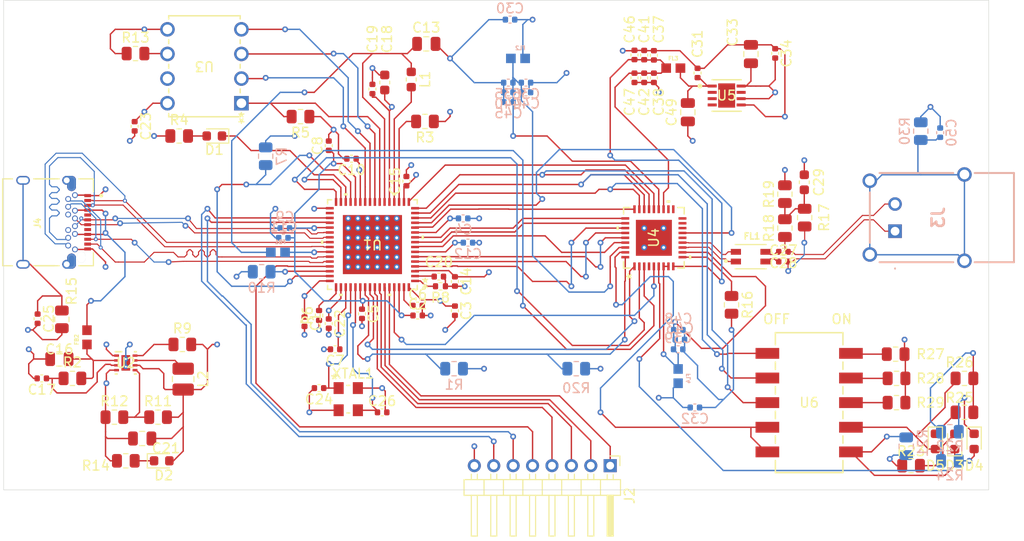
<source format=kicad_pcb>
(kicad_pcb (version 20240108) (generator "pcbnew") (generator_version "8.0")
  (layers (0 "F.Cu" signal) (1 "In1.Cu" power "Ground") (2 "In2.Cu" power "3v3Power") (31 "B.Cu" signal) (34 "B.Paste" user) (35 "F.Paste" user) (36 "B.SilkS" user "B.Silkscreen") (37 "F.SilkS" user "F.Silkscreen") (38 "B.Mask" user) (39 "F.Mask" user) (44 "Edge.Cuts" user))
  (net 0 "")
  (net 1 "GND")
  (net 2 "VDD33A")
  (net 3 "VDD12A")
  (net 4 "Net-(U1-VDD25_REG_OUT)")
  (net 5 "VDD12")
  (net 6 "5V")
  (net 7 "Net-(U2-EN)")
  (net 8 "Net-(U1-REF_FILT)")
  (net 9 "XI")
  (net 10 "USB_SHIELD")
  (net 11 "XO")
  (net 12 "Net-(C29-Pad1)")
  (net 13 "Net-(J3-GND_1)")
  (net 14 "/ETH_SIDE/Vdd1.0")
  (net 15 "/ETH_SIDE/VddioA")
  (net 16 "/ETH_SIDE/Vdd1p0A")
  (net 17 "/ETH_SIDE/Vdda3p3")
  (net 18 "Net-(D1-A)")
  (net 19 "Net-(D1-K)")
  (net 20 "Net-(D2-K)")
  (net 21 "Net-(D3-A)")
  (net 22 "Net-(D4-K)")
  (net 23 "/ETH_SIDE/LED_1")
  (net 24 "Net-(D5-K)")
  (net 25 "VBUS")
  (net 26 "/ETH_SIDE/LED_0_STRP_ON")
  (net 27 "/ETH_SIDE/LED_0_STRP_OFF")
  (net 28 "GPIO4")
  (net 29 "GPIO7")
  (net 30 "GPIO10")
  (net 31 "GPIO8")
  (net 32 "GPIO9")
  (net 33 "GPIO6")
  (net 34 "GPIO5")
  (net 35 "/ETH_SIDE/RX_D0_STRP")
  (net 36 "/ETH_SIDE/RX_D1_STRP")
  (net 37 "/ETH_SIDE/RX_D2_STRP")
  (net 38 "VDD12_SW_OUT")
  (net 39 "Net-(U2-SW)")
  (net 40 "Net-(U1-CLK125)")
  (net 41 "Net-(U1-EECS{slash}GPIO0)")
  (net 42 "USBRBIAS")
  (net 43 "RESET_N")
  (net 44 "Net-(U1-REF_REXT)")
  (net 45 "Net-(U2-PG)")
  (net 46 "TEST")
  (net 47 "Net-(U2-FB)")
  (net 48 "Net-(U3-ORG)")
  (net 49 "Net-(R16-Pad1)")
  (net 50 "Net-(U1-EECLK{slash}GPIO3)")
  (net 51 "RXD2")
  (net 52 "RXC")
  (net 53 "TXD3")
  (net 54 "RX_CTL")
  (net 55 "TXC")
  (net 56 "TXD0")
  (net 57 "RXD1")
  (net 58 "TXD2")
  (net 59 "Net-(U1-EEDO{slash}GPIO2)")
  (net 60 "TXD1")
  (net 62 "RXD3")
  (net 63 "TX_CTL")
  (net 64 "Net-(U1-EEDI{slash}GPIO1)")
  (net 65 "RXD0")
  (net 67 "PHY_RESET_N")
  (net 68 "MDC")
  (net 70 "PHY_INT_N")
  (net 73 "/ETH_SIDE/TRD_P")
  (net 75 "REF_25CLK")
  (net 78 "/ETH_SIDE/TRD_N")
  (net 79 "/ETH_SIDE/BI_DA+")
  (net 80 "/ETH_SIDE/BI_DA-")
  (net 81 "MDIO")
  (net 92 "/USB_SIDE/USB2_P")
  (net 93 "/USB_SIDE/USB2_N")
  (net 94 "/ETH_SIDE/LED_0_DIP")
  (net 95 "/USB_SIDE/USB3_TXN")
  (net 96 "/USB_SIDE/USB3_RXN")
  (net 97 "/USB_SIDE/USB3_RXP")
  (net 98 "/USB_SIDE/USB3_TXP")
  (footprint "Capacitor_SMD:C_0402_1005Metric" (layer "F.Cu") (at 217.5 56.642074 -90)
    (property "Reference" "C46")
    (property "Value" "10nF")
  )
  (footprint "Resistor_SMD:R_0805_2012Metric" (layer "F.Cu") (at 244.5 90 180)
    (property "Reference" "R28")
    (property "Value" "2.49k")
  )
  (footprint "Capacitor_SMD:C_0402_1005Metric" (layer "F.Cu") (at 218.5 56.655 -90)
    (property "Reference" "C41")
    (property "Value" "100nF")
  )
  (footprint "LED_SMD:LED_0603_1608Metric" (layer "F.Cu") (at 174.2125 65 180)
    (property "Reference" "D1")
    (property "Value" "GREEN")
  )
  (footprint "Capstone_Footprints:DSG0008A" (layer "F.Cu") (at 165.0875 88.399999)
    (property "Reference" "U2")
    (property "Value" "TPS62162QDSGRQ1")
  )
  (footprint "Capstone_Footprints:FIL_DLW32MH101XT2L" (layer "F.Cu") (at 229.475 77.4464)
    (property "Reference" "FL1")
    (property "Value" "DLW32MH101XT2L")
  )
  (footprint "Capacitor_SMD:C_0402_1005Metric" (layer "F.Cu") (at 218.5 59 -90)
    (property "Reference" "C42")
    (property "Value" "100nF")
  )
  (footprint "Resistor_SMD:R_0805_2012Metric" (layer "F.Cu") (at 244.5 92.5 180)
    (property "Reference" "R29")
    (property "Value" "2.49k")
  )
  (footprint "Capacitor_SMD:C_0805_2012Metric" (layer "F.Cu") (at 223 62.55 90)
    (property "Reference" "C49")
    (property "Value" "10uF")
  )
  (footprint "LED_SMD:LED_0603_1608Metric" (layer "F.Cu") (at 248.5 96.5 -90)
    (property "Reference" "D5")
    (property "Value" "LED")
  )
  (footprint "Capstone_Footprints:CUI_UJ31-CH-3-SMT-TR" (layer "F.Cu") (at 157.075 73.9 -90)
    (property "Reference" "J4")
    (property "Value" "UJ31-CH-3-SMT-TR")
    (fp_line (start -4.63 -1.925) (end -4.63 -2.425) (stroke (width 0.01)) (layer "Edge.Cuts"))
    (fp_line (start 4.63 -1.925) (end 4.63 -2.425) (stroke (width 0.01)) (layer "Edge.Cuts"))
    (fp_line (start -4.03 -2.125) (end -4.03 -1.925) (stroke (width 0.01)) (layer "Edge.Cuts"))
    (fp_line (start -3.68 -2.125) (end -4.03 -2.125) (stroke (width 0.01)) (layer "Edge.Cuts"))
    (fp_line (start 4.03 -2.125) (end 4.03 -1.925) (stroke (width 0.01)) (layer "Edge.Cuts"))
    (fp_line (start 4.03 -2.125) (end 3.68 -2.125) (stroke (width 0.01)) (layer "Edge.Cuts"))
    (fp_line (start -4.33 -2.725) (end -3.68 -2.725) (stroke (width 0.01)) (layer "Edge.Cuts"))
    (fp_line (start 3.68 -2.725) (end 4.33 -2.725) (stroke (width 0.01)) (layer "Edge.Cuts"))
    (fp_line (start 3.45 -3) (end 3.75 -3) (stroke (width 0.01)) (layer "Edge.Cuts"))
    (fp_line (start 3.45 -3.85) (end 3.75 -3.85) (stroke (width 0.01)) (layer "Edge.Cuts"))
    (fp_arc (start -4.03 -1.925) (mid -4.33 -1.625) (end -4.63 -1.925) (stroke (width 0.01)) (layer "Edge.Cuts"))
    (fp_arc (start 4.63 -1.925) (mid 4.33 -1.625) (end 4.03 -1.925) (stroke (width 0.01)) (layer "Edge.Cuts"))
    (fp_arc (start 4.63 -1.925) (mid 4.33 -1.625) (end 4.03 -1.925) (stroke (width 0.01)) (layer "Edge.Cuts"))
    (fp_arc (start 3.68 -2.125) (mid 3.38 -2.425) (end 3.68 -2.725) (stroke (width 0.01)) (layer "Edge.Cuts"))
    (fp_arc (start 3.68 -2.125) (mid 3.38 -2.425) (end 3.68 -2.725) (stroke (width 0.01)) (layer "Edge.Cuts"))
    (fp_arc (start -4.63 -2.425) (mid -4.542132 -2.637132) (end -4.33 -2.725) (stroke (width 0.01)) (layer "Edge.Cuts"))
    (fp_arc (start -3.68 -2.725) (mid -3.38 -2.425) (end -3.68 -2.125) (stroke (width 0.01)) (layer "Edge.Cuts"))
    (fp_arc (start 4.33 -2.725) (mid 4.542132 -2.637132) (end 4.63 -2.425) (stroke (width 0.01)) (layer "Edge.Cuts"))
    (fp_arc (start 4.33 -2.725) (mid 4.542132 -2.637132) (end 4.63 -2.425) (stroke (width 0.01)) (layer "Edge.Cuts"))
    (fp_arc (start 3.45 -3) (mid 3.025 -3.425) (end 3.45 -3.85) (stroke (width 0.01)) (layer "Edge.Cuts"))
    (fp_arc (start 3.75 -3.85) (mid 4.175 -3.425) (end 3.75 -3) (stroke (width 0.01)) (layer "Edge.Cuts"))
  )
  (footprint "Capacitor_SMD:C_0402_1005Metric" (layer "F.Cu") (at 232.845 77.9464)
    (property "Reference" "C27")
    (property "Value" "0.1uF")
  )
  (footprint "Resistor_SMD:R_0805_2012Metric" (layer "F.Cu") (at 233 74.5 90)
    (property "Reference" "R18")
    (property "Value" "1k 1%")
  )
  (footprint "Resistor_SMD:R_0402_1005Metric" (layer "F.Cu") (at 197.51 80.5 180)
    (property "Reference" "R8")
    (property "Value" "2k")
  )
  (footprint "Resistor_SMD:R_0805_2012Metric" (layer "F.Cu") (at 195.9125 63.5 180)
    (property "Reference" "R3")
    (property "Value" "10k")
  )
  (footprint "Inductor_SMD:L_1008_2520Metric" (layer "F.Cu") (at 171 90.075 -90)
    (property "Reference" "L2")
    (property "Value" "2.2uH")
  )
  (footprint "Resistor_SMD:R_0805_2012Metric" (layer "F.Cu") (at 165.0875 98.5)
    (property "Reference" "R14")
    (property "Value" "10k")
  )
  (footprint "Capacitor_SMD:C_0402_1005Metric" (layer "F.Cu") (at 232 56.48 -90)
    (property "Reference" "C34")
    (property "Value" "1uF")
  )
  (footprint "Resistor_SMD:R_0805_2012Metric" (layer "F.Cu") (at 227.5 82.4125 -90)
    (property "Reference" "R16")
    (property "Value" "10k")
  )
  (footprint "Capacitor_SMD:C_0402_1005Metric" (layer "F.Cu") (at 195.155 82.5)
    (property "Reference" "C6")
    (property "Value" "1uF")
  )
  (footprint "Capacitor_SMD:C_0402_1005Metric" (layer "F.Cu") (at 189.424407 83.339365 -90)
    (property "Reference" "C5")
    (property "Value" "0.1uF")
  )
  (footprint "Capstone_Footprints:BEADC1608X95N" (layer "F.Cu") (at 221.5 58 180)
    (property "Reference" "FL3")
    (property "Value" "BLM18KG601SH1D")
  )
  (footprint "LED_SMD:LED_0603_1608Metric" (layer "F.Cu") (at 250.5 96.5 90)
    (property "Reference" "D3")
    (property "Value" "LED")
  )
  (footprint "Capacitor_SMD:C_0805_2012Metric" (layer "F.Cu") (at 196.05 55.5)
    (property "Reference" "C13")
    (property "Value" "22uF")
  )
  (footprint "Capacitor_SMD:C_0402_1005Metric" (layer "F.Cu") (at 199 83.02 -90)
    (property "Reference" "C3")
    (property "Value" "1uF")
  )
  (footprint "Capacitor_SMD:C_0402_1005Metric" (layer "F.Cu") (at 199 80 -90)
    (property "Reference" "C14")
    (property "Value" "0.1uF")
  )
  (footprint "Connector_PinHeader_2.00mm:PinHeader_1x08_P2.00mm_Horizontal" (layer "F.Cu") (at 215 99 -90)
    (property "Reference" "J2")
    (property "Value" "Conn_01x08")
  )
  (footprint "Capacitor_SMD:C_0603_1608Metric" (layer "F.Cu") (at 191.768206 59.482971 90)
    (property "Reference" "C18")
    (property "Value" "4.7uF")
  )
  (footprint "Capacitor_SMD:C_0402_1005Metric" (layer "F.Cu") (at 191.5 93.5)
    (property "Reference" "C26")
    (property "Value" "16pf")
  )
  (footprint "Capacitor_SMD:C_0805_2012Metric" (layer "F.Cu") (at 166.776801 96.198708 180)
    (property "Reference" "C21")
    (property "Value" "22uF")
  )
  (footprint "Capstone_Footprints:SW5_219SMT" (layer "F.Cu") (at 235.5 92.5)
    (property "Reference" "U6")
    (property "Value" "219-5MST")
  )
  (footprint "LED_SMD:LED_0603_1608Metric" (layer "F.Cu") (at 168.7875 98.5)
    (property "Reference" "D2")
    (property "Value" "GREEN")
  )
  (footprint "Capacitor_SMD:C_0402_1005Metric" (layer "F.Cu") (at 186 66 90)
    (property "Reference" "C8")
    (property "Value" "0.1uF")
  )
  (footprint "Resistor_SMD:R_0805_2012Metric" (layer "F.Cu") (at 170.5875 65)
    (property "Reference" "R4")
    (property "Value" "1k")
  )
  (footprint "Capacitor_SMD:C_0402_1005Metric" (layer "F.Cu") (at 156.4325 90 180)
    (property "Reference" "C17")
    (property "Value" "0.1uF")
  )
  (footprint "Resistor_SMD:R_0805_2012Metric" (layer "F.Cu") (at 158.5 83.9125 90)
    (property "Reference" "R15")
    (property "Value" "330R")
  )
  (footprint "Capacitor_SMD:C_0402_1005Metric" (layer "F.Cu") (at 195.161226 83.510416)
    (property "Reference" "C2")
    (property "Value" "0.1uF")
  )
  (footprint "Capacitor_SMD:C_0402_1005Metric" (layer "F.Cu") (at 186.655 87 180)
    (property "Reference" "C7")
    (property "Value" "0.1uF")
  )
  (footprint "Capstone_Footprints:ECX-2236B2_ECS" (layer "F.Cu") (at 188.0094 92.143)
    (property "Reference" "XTAL1")
    (property "Value" "ECS-250-18-36B2-CTY-TR")
  )
  (footprint "Capacitor_SMD:C_0402_1005Metric" (layer "F.Cu") (at 185 91 180)
    (property "Reference" "C24")
    (property "Value" "16pf")
  )
  (footprint "Capstone_Footprints:BEADC1608X95N" (layer "F.Cu") (at 161.0875 85.765 90)
    (property "Reference" "FB2")
    (property "Value" "FerriteBead")
  )
  (footprint "Capacitor_SMD:C_0805_2012Metric" (layer "F.Cu") (at 158.2425 88 180)
    (property "Reference" "C16")
    (property "Value" "10uF")
  )
  (footprint "Resistor_SMD:R_0805_2012Metric" (layer "F.Cu") (at 163.9125 94)
    (property "Reference" "R12")
    (property "Value" "150k")
  )
  (footprint "Capacitor_SMD:C_0402_1005Metric" (layer "F.Cu") (at 197.345 79.5)
    (property "Reference" "C20")
    (property "Value" "1uF")
  )
  (footprint "Resistor_SMD:R_0805_2012Metric" (layer "F.Cu") (at 166.0875 56.5)
    (property "Reference" "R13")
    (property "Value" "10k")
  )
  (footprint "Capacitor_SMD:C_0402_1005Metric" (layer "F.Cu") (at 188.345 67.345 180)
    (property "Reference" "C10")
    (property "Value" "0.1uF")
  )
  (footprint "Capstone_Footprints:VQFN36_6X6_TEX" (layer "F.Cu") (at 219.5 75.5 90)
    (property "Reference" "U4")
    (property "Value" "DP83TG720SWRHARQ1")
  )
  (footprint "Resistor_SMD:R_0805_2012Metric" (layer "F.Cu") (at 159.5875 90)
    (property "Reference" "R2")
    (property "Value" "10k")
  )
  (footprint "LED_SMD:LED_0603_1608Metric" (layer "F.Cu") (at 252.5 96.5 -90)
    (property "Reference" "D4")
    (property "Value" "LED")
  )
  (footprint "Capacitor_SMD:C_0402_1005Metric" (layer "F.Cu") (at 219.5 59 -90)
    (property "Reference" "C38")
    (property "Value" "2.2uF")
  )
  (footprint "Resistor_SMD:R_0402_1005Metric" (layer "F.Cu") (at 185 83.51 90)
    (property "Reference" "R6")
    (property "Value" "12k")
  )
  (footprint "Capacitor_SMD:C_0402_1005Metric" (layer "F.Cu") (at 194 69.655 90)
    (property "Reference" "C15")
    (property "Value" "0.1uF")
  )
  (footprint "Resistor_SMD:R_0805_2012Metric" (layer "F.Cu") (at 251.5 90)
    (property "Reference" "R26")
    (property "Value" "2.49k")
  )
  (footprint "Resistor_SMD:R_0805_2012Metric" (layer "F.Cu") (at 246 99 180)
    (property "Reference" "R23")
    (property "Value" "470")
  )
  (footprint "Capacitor_SMD:C_0402_1005Metric" (layer "F.Cu") (at 186 84.345 -90)
    (property "Reference" "C22")
    (property "Value" "0.1uF")
  )
  (footprint "Capstone_Footprints:PDIP8_300MC_MCH" (layer "F.Cu") (at 177 61.62 180)
    (property "Reference" "U3")
    (property "Value" "93C56A-I/P")
  )
  (footprint "Resistor_SMD:R_0805_2012Metric" (layer "F.Cu") (at 168.4125 94)
    (property "Reference" "R11")
    (property "Value" "470k")
  )
  (footprint "Capacitor_SMD:C_0402_1005Metric" (layer "F.Cu") (at 183.5 84.155 -90)
    (property "Reference" "C1")
    (property "Value" "0.1uF")
  )
  (footprint "Capacitor_SMD:C_0402_1005Metric" (layer "F.Cu") (at 232.845 76.9464 180)
    (property "Reference" "C28")
    (property "Value" "0.1uF")
  )
  (footprint "Capacitor_SMD:C_0402_1005Metric" (layer "F.Cu") (at 166 64 -90)
    (property "Reference" "C23")
    (property "Value" "0.1uF")
  )
  (footprint "Resistor_SMD:R_0805_2012Metric" (layer "F.Cu") (at 170.9125 86.5)
    (property "Reference" "R9")
    (property "Value" "100k")
  )
  (footprint "Inductor_SMD:L_0603_1608Metric" (layer "F.Cu") (at 194.5 59.175 -90)
    (property "Reference" "L1")
    (property "Value" "3.3uH")
  )
  (footprint "Capacitor_SMD:C_0402_1005Metric" (layer "F.Cu") (at 224 58.5 90)
    (property "Reference" "C31")
    (property "Value" "1uF")
  )
  (footprint "Capacitor_SMD:C_0402_1005Metric" (layer "F.Cu") (at 190.5 60.155 90)
    (property "Reference" "C19")
    (property "Value" "0.1uF")
  )
  (footprint "Resistor_SMD:R_0805_2012Metric" (layer "F.Cu") (at 183.0875 63 180)
    (property "Reference" "R5")
    (property "Value" "10k")
  )
  (footprint "Capacitor_SMD:C_0402_1005Metric" (layer "F.Cu") (at 156 83.845 -90)
    (property "Reference" "C25")
    (property "Value" "0.1uF")
  )
  (footprint "Capacitor_SMD:C_0402_1005Metric" (layer "F.Cu") (at 217.5 59 -90)
    (property "Reference" "C47")
    (property "Value" "10nF")
  )
  (footprint "Capacitor_SMD:C_0402_1005Metric" (layer "F.Cu") (at 219.5 56.68 -90)
    (property "Reference" "C37")
    (property "Value" "2.2uF")
  )
  (footprint "Capstone_Footprints:DRB0008J-IPC_A" (layer "F.Cu") (at 227 60.825001)
    (property "Reference" "U5")
    (property "Value" "TPS784105QWDRBRQ1")
  )
  (footprint "Capacitor_SMD:C_0805_2012Metric" (layer "F.Cu") (at 229.5 56.55 -90)
    (property "Reference" "C33")
    (property "Value" "10uF")
  )
  (footprint "Capacitor_SMD:C_0603_1608Metric" (layer "F.Cu") (at 235 69.775 90)
    (property "Reference" "C29")
    (property "Value" "4.7nF")
  )
  (footprint "Capstone_Footprints:SQFN64_9JX_MCH" (layer "F.Cu") (at 190.5 76.2 180)
    (property "Reference" "U1")
    (property "Value" "LAN7801-I/9JX")
  )
  (footprint "Resistor_SMD:R_0805_2012Metric" (layer "F.Cu") (at 251.5 93.5 180)
    (property "Reference" "R25")
    (property "Value" "470")
  )
  (footprint "Resistor_SMD:R_0805_2012Metric" (layer "F.Cu") (at 235.037195 73.419188 90)
    (property "Reference" "R17")
    (property "Value" "1k 1%")
  )
  (footprint "Resistor_SMD:R_0805_2012Metric" (layer "F.Cu") (at 244.4125 87.5 180)
    (property "Reference" "R27")
    (property "Value" "2.49k")
  )
  (footprint "Resistor_SMD:R_0805_2012Metric" (layer "F.Cu") (at 233 71 90)
    (property "Reference" "R19")
    (property "Value" "100k 1%")
  )
  (footprint "Capstone_Footprints:BEADC1608X95N" (layer "B.Cu") (at 180.765 77 180)
    (property "Reference" "FB1")
    (property "Value" "FerriteBead")
  )
  (footprint "Capstone_Footprints:BEADC1608X95N" (layer "B.Cu") (at 205.5 57 180)
    (property "Reference" "FL2")
    (property "Value" "BLM18KG601SH1D")
  )
  (footprint "Resistor_SMD:R_0805_2012Metric" (layer "B.Cu") (at 250 95.5)
    (property "Reference" "R22")
    (property "Value" "470")
  )
  (footprint "Resistor_SMD:R_0805_2012Metric" (layer "B.Cu") (at 198.9125 89)
    (property "Reference" "R1")
    (property "Value" "1k")
  )
  (footprint "Resistor_SMD:R_0805_2012Metric" (layer "B.Cu") (at 245.5 97 -90)
    (property "Reference" "R21")
    (property "Value" "2.49k")
  )
  (footprint "Resistor_SMD:R_0805_2012Metric" (layer "B.Cu") (at 179.5 67.0875 90)
    (property "Reference" "R7")
    (property "Value" "10k")
  )
  (footprint "Resistor_SMD:R_0805_2012Metric" (layer "B.Cu") (at 179.0875 79)
    (property "Reference" "R10")
    (property "Value" "10k")
  )
  (footprint "Capacitor_SMD:C_0402_1005Metric" (layer "B.Cu") (at 204.52 61.5)
    (property "Reference" "C45")
    (property "Value" "10nF")
  )
  (footprint "Capacitor_SMD:C_0402_1005Metric" (layer "B.Cu") (at 204.5 59.5)
    (property "Reference" "C35")
    (property "Value" "2.2uF")
  )
  (footprint "Capacitor_SMD:C_0402_1005Metric" (layer "B.Cu") (at 204.68 53 180)
    (property "Reference" "C30")
    (property "Value" "1uF")
  )
  (footprint "Resistor_SMD:R_0805_2012Metric" (layer "B.Cu") (at 247 64.5 -90)
    (property "Reference" "R30")
    (property "Value" "330R")
  )
  (footprint "Capacitor_SMD:C_0402_1005Metric" (layer "B.Cu") (at 249 64.655 90)
    (property "Reference" "C50")
    (property "Value" "0.1uF")
  )
  (footprint "Capacitor_SMD:C_0402_1005Metric" (layer "B.Cu") (at 200.345 76)
    (property "Reference" "C12")
    (property "Value" "0.1uF")
  )
  (footprint "Capacitor_SMD:C_0402_1005Metric" (layer "B.Cu") (at 181.32 75.5 180)
    (property "Reference" "C11")
    (property "Value" "0.1uF")
  )
  (footprint "Capacitor_SMD:C_0402_1005Metric" (layer "B.Cu") (at 199.845 73.5)
    (property "Reference" "C4")
    (property "Value" "0.1uF")
  )
  (footprint "Capstone_Footprints:BEADC1608X95N" (layer "B.Cu") (at 222 89.765 90)
    (property "Reference" "FL4")
    (property "Value" "BLM18KG601SH1D")
  )
  (footprint "Capacitor_SMD:C_0402_1005Metric" (layer "B.Cu") (at 204.5 60.5)
    (property "Reference" "C40")
    (property "Value" "100nF")
  )
  (footprint "Capacitor_SMD:C_0402_1005Metric" (layer "B.Cu") (at 222.02 85 180)
    (property "Reference" "C48")
    (property "Value" "10nF")
  )
  (footprint "Capacitor_SMD:C_0402_1005Metric" (layer "B.Cu") (at 223.725 93)
    (property "Reference" "C32")
    (property "Value" "1uF")
  )
  (footprint "Capacitor_SMD:C_0402_1005Metric" (layer "B.Cu") (at 222.18 86 180)
    (property "Reference" "C43")
    (property "Value" "100nF")
  )
  (footprint "Capacitor_SMD:C_0402_1005Metric" (layer "B.Cu") (at 206.32 59.5)
    (property "Reference" "C36")
    (property "Value" "100nF")
  )
  (footprint "Capacitor_SMD:C_0402_1005Metric" (layer "B.Cu") (at 206.32 60.5)
    (property "Reference" "C44")
    (property "Value" "10nF")
  )
  (footprint "Resistor_SMD:R_0805_2012Metric" (layer "B.Cu") (at 250 98.5 180)
    (property "Reference" "R24")
    (property "Value" "2.49k")
  )
  (footprint "Capacitor_SMD:C_0402_1005Metric" (layer "B.Cu") (at 181.48 74.5 180)
    (property "Reference" "C9")
    (property "Value" "0.1uF")
  )
  (footprint "Capstone_Footprints:hartingt1" (layer "B.Cu") (at 244.351048 74.81904 -90)
    (property "Reference" "J3")
    (property "Value" "09452812810" (hide yes))
  )
  (footprint "Resistor_SMD:R_0805_2012Metric" (layer "B.Cu") (at 211.5 89 180)
    (property "Reference" "R20")
    (property "Value" "2.2k")
  )
  (footprint "Capacitor_SMD:C_0402_1005Metric" (layer "B.Cu") (at 222 87 180)
    (property "Reference" "C39")
    (property "Value" "2.2uF")
  )
  (gr_rect (start 152.5 51) (end 254 101.5) (stroke (width 0.05)) (fill none) (layer "Edge.Cuts"))
  (segment (start 232.5 56) (end 233 56.5) (width 0.1427) (layer "F.Cu") (net 1))
  (segment (start 199 84) (end 198 85) (width 0.1427) (layer "F.Cu") (net 1))
  (segment (start 194 69.335) (end 194 68.5) (width 0.1427) (layer "F.Cu") (net 1))
  (segment (start 165.826801 96.198708) (end 163.198708 96.198708) (width 0.1427) (layer "F.Cu") (net 1))
  (segment (start 185.155 63) (end 186.5 64.345) (width 0.1427) (layer "F.Cu") (net 1))
  (segment (start 163 94) (end 163 90.5875) (width 0.1427) (layer "F.Cu") (net 1))
  (segment (start 235 67.5) (end 234.996966 67.503034) (width 0.1427) (layer "F.Cu") (net 1))
  (segment (start 191.207971 58.707971) (end 190.5 58) (width 0.1427) (layer "F.Cu") (net 1))
  (segment (start 252.4125 90) (end 252.4125 93.5) (width 0.1427) (layer "F.Cu") (net 1))
  (segment (start 220 60) (end 220 60.5) (width 0.1427) (layer "F.Cu") (net 1))
  (segment (start 197 55.5) (end 198.5 57) (width 0.1427) (layer "F.Cu") (net 1))
  (segment (start 185.155 63) (end 184 63) (width 0.1427) (layer "F.Cu") (net 1))
  (segment (start 189.424407 83.819365) (end 189.424407 84.619715) (width 0.1427) (layer "F.Cu") (net 1))
  (segment (start 231.6 55.6) (end 232 56) (width 0.1427) (layer "F.Cu") (net 1))
  (segment (start 198.5 63) (end 198.5 62.5) (width 0.1427) (layer "F.Cu") (net 1))
  (segment (start 163 95.5) (end 163 96) (width 0.1427) (layer "F.Cu") (net 1))
  (segment (start 185 84.02) (end 185 85) (width 0.1427) (layer "F.Cu") (net 1))
  (segment (start 165.365 56.54) (end 165.325 56.5) (width 0.1427) (layer "F.Cu") (net 1))
  (segment (start 163.737498 87.649998) (end 163.0875 87) (width 0.1427) (layer "F.Cu") (net 1))
  (segment (start 194 68.5) (end 194.5 68) (width 0.1427) (layer "F.Cu") (net 1))
  (segment (start 216.287863 56.208422) (end 217.453652 56.208422) (width 0.1427) (layer "F.Cu") (net 1))
  (segment (start 163.5 56) (end 163.5 54.5) (width 0.1427) (layer "F.Cu") (net 1))
  (segment (start 159.85 76.7) (end 161.11 76.7) (width 0.1427) (layer "F.Cu") (net 1))
  (segment (start 200.007231 80.507232) (end 199.999999 80.5) (width 0.1427) (layer "F.Cu") (net 1))
  (segment (start 224 58.02) (end 222.18 56.2) (width 0.1427) (layer "F.Cu") (net 1))
  (segment (start 199.999999 80.5) (end 198.02 80.5) (width 0.1427) (layer "F.Cu") (net 1))
  (segment (start 184.68 91) (end 184.5 91) (width 0.1427) (layer "F.Cu") (net 1))
  (segment (start 166 64.32) (end 166 65) (width 0.1427) (layer "F.Cu") (net 1))
  (segment (start 155.5875 87.5) (end 155.0875 87) (width 0.1427) (layer "F.Cu") (net 1))
  (segment (start 163.437503 89.149997) (end 163.0875 89.5) (width 0.1427) (layer "F.Cu") (net 1))
  (segment (start 218.525 56.36) (end 218.5 56.335) (width 0.1427) (layer "F.Cu") (net 1))
  (segment (start 191.5 91) (end 191.82 91.32) (width 0.1427) (layer "F.Cu") (net 1))
  (segment (start 184 91.5) (end 184 93.5) (width 0.1427) (layer "F.Cu") (net 1))
  (segment (start 187.0188 93.286) (end 184.214 93.286) (width 0.1427) (layer "F.Cu") (net 1))
  (segment (start 219.5 59.5) (end 220 60) (width 0.1427) (layer "F.Cu") (net 1))
  (segment (start 195.635 83.50419) (end 195.641226 83.510416) (width 0.1427) (layer "F.Cu") (net 1))
  (segment (start 186 64.845) (end 186.5 64.345) (width 0.1427) (layer "F.Cu") (net 1))
  (segment (start 155.5875 88) (end 155.5875 87.5) (width 0.1427) (layer "F.Cu") (net 1))
  (segment (start 165.175 56.5) (end 164 56.5) (width 0.1427) (layer "F.Cu") (net 1))
  (segment (start 183.5 84.475) (end 183.5 85.5) (width 0.1427) (layer "F.Cu") (net 1))
  (segment (start 229.8 61.8) (end 228.490533 61.8) (width 0.1427) (layer "F.Cu") (net 1))
  (segment (start 161.11 76.7) (end 161.16 76.65) (width 0.1427) (layer "F.Cu") (net 1))
  (segment (start 233 68.5) (end 233 70.0875) (width 0.1427) (layer "F.Cu") (net 1))
  (segment (start 231 63) (end 229.8 61.8) (width 0.1427) (layer "F.Cu") (net 1))
  (segment (start 219.5 59.48) (end 217.5 59.48) (width 0.1427) (layer "F.Cu") (net 1))
  (segment (start 233 56.5) (end 233 63) (width 0.1427) (layer "F.Cu") (net 1))
  (segment (start 161.65 76.65) (end 162.5 77.5) (width 0.1427) (layer "F.Cu") (net 1))
  (segment (start 161.11 71.1) (end 161.16 71.15) (width 0.1427) (layer "F.Cu") (net 1))
  (segment (start 217.512926 56.175) (end 217.5 56.162074) (width 0.1427) (layer "F.Cu") (net 1))
  (segment (start 184.5 91) (end 184 91.5) (width 0.1427) (layer "F.Cu") (net 1))
  (segment (start 219.5 56.2) (end 218.525 56.2) (width 0.1427) (layer "F.Cu") (net 1))
  (segment (start 163 98) (end 163.5 98.5) (width 0.1427) (layer "F.Cu") (net 1))
  (segment (start 235 67.5) (end 235 69) (width 0.1427) (layer "F.Cu") (net 1))
  (segment (start 162.5 77.5) (end 163 78) (width 0.1427) (layer "F.Cu") (net 1))
  (segment (start 187.5 67.345) (end 187 66.845) (width 0.1427) (layer "F.Cu") (net 1))
  (segment (start 155.0875 89.5) (end 155.0875 88.5) (width 0.1427) (layer "F.Cu") (net 1))
  (segment (start 164.137499 89.149997) (end 163.437503 89.149997) (width 0.1427) (layer "F.Cu") (net 1))
  (segment (start 163.0875 87) (end 163.0875 86.5) (width 0.1427) (layer "F.Cu") (net 1))
  (segment (start 158 86) (end 156.5 86) (width 0.1427) (layer "F.Cu") (net 1))
  (segment (start 224.68 58.02) (end 224 58.02) (width 0.1427) (layer "F.Cu") (net 1))
  (segment (start 164 56.5) (end 163.5 56) (width 0.1427) (layer "F.Cu") (net 1))
  (segment (start 158.5 85.5) (end 158 86) (width 0.1427) (layer "F.Cu") (net 1))
  (segment (start 223 63.5) (end 223 65) (width 0.1427) (layer "F.Cu") (net 1))
  (segment (start 166 65) (end 165.5 65.5) (width 0.1427) (layer "F.Cu") (net 1))
  (segment (start 155.5 85) (end 155 85) (width 0.1427) (layer "F.Cu") (net 1))
  (segment (start 186.335 87) (end 185.5 87) (width 0.1427) (layer "F.Cu") (net 1))
  (segment (start 187 66.845) (end 187 64.845) (width 0.1427) (layer "F.Cu") (net 1))
  (segment (start 155.0875 88.5) (end 155.5875 88) (width 0.1427) (layer "F.Cu") (net 1))
  (segment (start 252.387335 87.387335) (end 252.4125 87.4125) (width 0.1427) (layer "F.Cu") (net 1))
  (segment (start 163 90.5875) (end 163.0875 90.5) (width 0.1427) (layer "F.Cu") (net 1))
  (segment (start 155.5875 90) (end 155.0875 89.5) (width 0.1427) (layer "F.Cu") (net 1))
  (segment (start 191.82 91.32) (end 191.82 93.5) (width 0.1427) (layer "F.Cu") (net 1))
  (segment (start 159.85 71.1) (end 161.11 71.1) (width 0.1427) (layer "F.Cu") (net 1))
  (segment (start 201 97) (end 201 99) (width 0.1427) (layer "F.Cu") (net 1))
  (segment (start 163.198708 96.198708) (end 163 96) (width 0.1427) (layer "F.Cu") (net 1))
  (segment (start 158.5 84.825) (end 158.5 85.5) (width 0.1427) (layer "F.Cu") (net 1))
  (segment (start 163.5 98.5) (end 164.175 98.5) (width 0.1427) (layer "F.Cu") (net 1))
  (segment (start 197.665 79.5) (end 198.02 79.855) (width 0.1427) (layer "F.Cu") (net 1))
  (segment (start 252.4125 87.4125) (end 252.4125 90) (width 0.1427) (layer "F.Cu") (net 1))
  (segment (start 163 94) (end 163 95.5) (width 0.1427) (layer "F.Cu") (net 1))
  (segment (start 196.5 83.510416) (end 195.641226 83.510416) (width 0.1427) (layer "F.Cu") (net 1))
  (segment (start 157.2925 88) (end 155.5875 88) (width 0.1427) (layer "F.Cu") (net 1))
  (segment (start 195.635 82.5) (end 195.635 83.50419) (width 0.1427) (layer "F.Cu") (net 1))
  (segment (start 186 65.68) (end 186 64.845) (width 0.1427) (layer "F.Cu") (net 1))
  (segment (start 156.5 86) (end 155.5 85) (width 0.1427) (layer "F.Cu") (net 1))
  (segment (start 227.1 55.6) (end 224.68 58.02) (width 0.1427) (layer "F.Cu") (net 1))
  (segment (start 217.453652 56.208422) (end 217.5 56.162074) (width 0.1427) (layer "F.Cu") (net 1))
  (segment (start 191.768206 58.707971) (end 191.207971 58.707971) (width 0.1427) (layer "F.Cu") (net 1))
  (segment (start 156 84.5) (end 155.5 85) (width 0.1427) (layer "F.Cu") (net 1))
  (segment (start 198.02 79.855) (end 198.02 80.5) (width 0.1427) (layer "F.Cu") (net 1))
  (segment (start 227.5 83.325) (end 227.5 85) (width 0.1427) (layer "F.Cu") (net 1))
  (segment (start 161.16 71.15) (end 162.35 71.15) (width 0.1427) (layer "F.Cu") (net 1))
  (segment (start 164 54) (end 167 54) (width 0.1427) (layer "F.Cu") (net 1))
  (segment (start 223 65) (end 223.5 65.5) (width 0.1427) (layer "F.Cu") (net 1))
  (segment (start 229.5 55.6) (end 227.1 55.6) (width 0.1427) (layer "F.Cu") (net 1))
  (segment (start 199 83.5) (end 199 84) (width 0.1427) (layer "F.Cu") (net 1))
  (segment (start 163.5 54.5) (end 164 54) (width 0.1427) (layer "F.Cu") (net 1))
  (segment (start 156 84.165) (end 156 84.5) (width 0.1427) (layer "F.Cu") (net 1))
  (segment (start 188.025 67.345) (end 187.5 67.345) (width 0.1427) (layer "F.Cu") (net 1))
  (segment (start 186 84.665) (end 186 85.5) (width 0.1427) (layer "F.Cu") (net 1))
  (segment (start 163 78) (end 163 78.5) (width 0.1427) (layer "F.Cu") (net 1))
  (segment (start 233 63) (end 231 63) (width 0.1427) (layer "F.Cu") (net 1))
  (segment (start 161.16 76.65) (end 161.65 76.65) (width 0.1427) (layer "F.Cu") (net 1))
  (segment (start 163 96) (end 163 98) (width 0.1427) (layer "F.Cu") (net 1))
  (segment (start 162.35 71.15) (end 163 70.5) (width 0.1427) (layer "F.Cu") (net 1))
  (segment (start 198 63.5) (end 198.5 63) (width 0.1427) (layer "F.Cu") (net 1))
  (segment (start 190.5 59) (end 190.5 59.835) (width 0.1427) (layer "F.Cu") (net 1))
  (segment (start 190.5 58) (end 190.5 59) (width 0.1427) (layer "F.Cu") (net 1))
  (segment (start 164.137499 87.649998) (end 163.737498 87.649998) (width 0.1427) (layer "F.Cu") (net 1))
  (segment (start 187 64.845) (end 186.5 64.345) (width 0.1427) (layer "F.Cu") (net 1))
  (segment (start 169.38 54) (end 167 54) (width 0.1427) (layer "F.Cu") (net 1))
  (segment (start 156.1125 90) (end 155.5875 90) (width 0.1427) (layer "F.Cu") (net 1))
  (segment (start 196.825 63.5) (end 198 63.5) (width 0.1427) (layer "F.Cu") (net 1))
  (segment (start 232 56) (end 232.5 56) (width 0.1427) (layer "F.Cu") (net 1))
  (segment (start 189.5 84.544122) (end 189.424407 84.619715) (width 0.1427) (layer "F.Cu") (net 1))
  (segment (start 222.18 56.2) (end 219.5 56.2) (width 0.1427) (layer "F.Cu") (net 1))
  (segment (start 189 91) (end 191.5 91) (width 0.1427) (layer "F.Cu") (net 1))
  (segment (start 218.5 56.175) (end 217.512926 56.175) (width 0.1427) (layer "F.Cu") (net 1))
  (segment (start 163.0875 89.5) (end 163.0875 90.5) (width 0.1427) (layer "F.Cu") (net 1))
  (segment (start 184.214 93.286) (end 184 93.5) (width 0.1427) (layer "F.Cu") (net 1))
  (segment (start 229.5 55.6) (end 231.6 55.6) (width 0.1427) (layer "F.Cu") (net 1))
  (segment (start 218.525 56.2) (end 218.5 56.175) (width 0.1427) (layer "F.Cu") (net 1))
  (via (at 192 76.5) (size 0.6) (drill 0.3) (layers "F.Cu" "B.Cu") (net 1))
  (via (at 192 74.5) (size 0.6) (drill 0.3) (layers "F.Cu" "B.Cu") (net 1))
  (via (at 233 63) (size 0.6) (drill 0.3) (layers "F.Cu" "B.Cu") (net 1))
  (via (at 189 76.5) (size 0.6) (drill 0.3) (layers "F.Cu" "B.Cu") (net 1))
  (via (at 220.5 76.5) (size 0.6) (drill 0.3) (layers "F.Cu" "B.Cu") (net 1))
  (via (at 189 75.5) (size 0.6) (drill 0.3) (layers "F.Cu" "B.Cu") (net 1))
  (via (at 188 74.5) (size 0.6) (drill 0.3) (layers "F.Cu" "B.Cu") (net 1))
  (via (at 180.5 72.5) (size 0.6) (drill 0.3) (layers "F.Cu" "B.Cu") (net 1))
  (via (at 189 73.5) (size 0.6) (drill 0.3) (layers "F.Cu" "B.Cu") (net 1))
  (via (at 214 89) (size 0.6) (drill 0.3) (layers "F.Cu" "B.Cu") (net 1))
  (via (at 191 76.5) (size 0.6) (drill 0.3) (layers "F.Cu" "B.Cu") (net 1))
  (via (at 218.5 76.5) (size 0.6) (drill 0.3) (layers "F.Cu" "B.Cu") (net 1))
  (via (at 193 73.5) (size 0.6) (drill 0.3) (layers "F.Cu" "B.Cu") (net 1))
  (via (at 189 78.5) (size 0.6) (drill 0.3) (layers "F.Cu" "B.Cu") (net 1))
  (via (at 193 75.5) (size 0.6) (drill 0.3) (layers "F.Cu" "B.Cu") (net 1))
  (via (at 163 78.5) (size 0.6) (drill 0.3) (layers "F.Cu" "B.Cu") (net 1))
  (via (at 220.5 74.5) (size 0.6) (drill 0.3) (layers "F.Cu" "B.Cu") (net 1))
  (via (at 194.5 68) (size 0.6) (drill 0.3) (layers "F.Cu" "B.Cu") (net 1))
  (via (at 189 77.5) (size 0.6) (drill 0.3) (layers "F.Cu" "B.Cu") (net 1))
  (via (at 193 78.5) (size 0.6) (drill 0.3) (layers "F.Cu" "B.Cu") (net 1))
  (via (at 183.5 85.5) (size 0.6) (drill 0.3) (layers "F.Cu" "B.Cu") (net 1))
  (via (at 200.007231 80.507232) (size 0.6) (drill 0.3) (layers "F.Cu" "B.Cu") (net 1))
  (via (at 210.5 58.5) (size 0.6) (drill 0.3) (layers "F.Cu" "B.Cu") (net 1))
  (via (at 191 73.5) (size 0.6) (drill 0.3) (layers "F.Cu" "B.Cu") (net 1))
  (via (at 185 85) (size 0.6) (drill 0.3) (layers "F.Cu" "B.Cu") (net 1))
  (via (at 189 74.5) (size 0.6) (drill 0.3) (layers "F.Cu" "B.Cu") (net 1))
  (via (at 155.0875 87) (size 0.6) (drill 0.3) (layers "F.Cu" "B.Cu") (net 1))
  (via (at 167 54) (size 0.6) (drill 0.3) (layers "F.Cu" "B.Cu") (net 1))
  (via (at 189.424407 84.619715) (size 0.6) (drill 0.3) (layers "F.Cu" "B.Cu") (net 1))
  (via (at 188 76.5) (size 0.6) (drill 0.3) (layers "F.Cu" "B.Cu") (net 1))
  (via (at 190 78.5) (size 0.6) (drill 0.3) (layers "F.Cu" "B.Cu") (net 1))
  (via (at 190.5 58) (size 0.6) (drill 0.3) (layers "F.Cu" "B.Cu") (net 1))
  (via (at 191 77.5) (size 0.6) (drill 0.3) (layers "F.Cu" "B.Cu") (net 1))
  (via (at 192 73.5) (size 0.6) (drill 0.3) (layers "F.Cu" "B.Cu") (net 1))
  (via (at 193 74.5) (size 0.6) (drill 0.3) (layers "F.Cu" "B.Cu") (net 1))
  (via (at 188 78.5) (size 0.6) (drill 0.3) (layers "F.Cu" "B.Cu") (net 1))
  (via (at 191 74.5) (size 0.6) (drill 0.3) (layers "F.Cu" "B.Cu") (net 1))
  (via (at 216.287863 56.208422) (size 0.6) (drill 0.3) (layers "F.Cu" "B.Cu") (net 1))
  (via (at 223.5 65.5) (size 0.6) (drill 0.3) (layers "F.Cu" "B.Cu") (net 1))
  (via (at 188 73.5) (size 0.6) (drill 0.3) (layers "F.Cu" "B.Cu") (net 1))
  (via (at 233 68.5) (size 0.6) (drill 0.3) (layers "F.Cu" "B.Cu") (net 1))
  (via (at 190 74.5) (size 0.6) (drill 0.3) (layers "F.Cu" "B.Cu") (net 1))
  (via (at 163.0875 86.5) (size 0.6) (drill 0.3) (layers "F.Cu" "B.Cu") (net 1))
  (via (at 186 85.5) (size 0.6) (drill 0.3) (layers "F.Cu" "B.Cu") (net 1))
  (via (at 185.5 87) (size 0.6) (drill 0.3) (layers "F.Cu" "B.Cu") (net 1))
  (via (at 252.387335 87.387335) (size 0.6) (drill 0.3) (layers "F.Cu" "B.Cu") (net 1))
  (via (at 163.0875 90.5) (size 0.6) (drill 0.3) (layers "F.Cu" "B.Cu") (net 1))
  (via (at 191.5 91) (size 0.6) (drill 0.3) (layers "F.Cu" "B.Cu") (net 1))
  (via (at 190 77.5) (size 0.6) (drill 0.3) (layers "F.Cu" "B.Cu") (net 1))
  (via (at 198.5 57) (size 0.6) (drill 0.3) (layers "F.Cu" "B.Cu") (net 1))
  (via (at 192 77.5) (size 0.6) (drill 0.3) (layers "F.Cu" "B.Cu") (net 1))
  (via (at 191 75.5) (size 0.6) (drill 0.3) (layers "F.Cu" "B.Cu") (net 1))
  (via (at 184 93.5) (size 0.6) (drill 0.3) (layers "F.Cu" "B.Cu") (net 1))
  (via (at 248 62) (size 0.6) (drill 0.3) (layers "F.Cu" "B.Cu") (net 1))
  (via (at 188 75.5) (size 0.6) (drill 0.3) (layers "F.Cu" "B.Cu") (net 1))
  (via (at 201.5 73.5) (size 0.6) (drill 0.3) (layers "F.Cu" "B.Cu") (net 1))
  (via (at 165.5 86.5) (size 0.6) (drill 0.3) (layers "F.Cu" "B.Cu") (net 1))
  (via (at 193 77.5) (size 0.6) (drill 0.3) (layers "F.Cu" "B.Cu") (net 1))
  (via (at 192 78.5) (size 0.6) (drill 0.3) (layers "F.Cu" "B.Cu") (net 1))
  (via (at 190 73.5) (size 0.6) (drill 0.3) (layers "F.Cu" "B.Cu") (net 1))
  (via (at 193 76.5) (size 0.6) (drill 0.3) (layers "F.Cu" "B.Cu") (net 1))
  (via (at 186.5 64.345) (size 0.6) (drill 0.3) (layers "F.Cu" "B.Cu") (net 1))
  (via (at 201.5 76) (size 0.6) (drill 0.3) (layers "F.Cu" "B.Cu") (net 1))
  (via (at 235 67.5) (size 0.6) (drill 0.3) (layers "F.Cu" "B.Cu") (net 1))
  (via (at 190 75.5) (size 0.6) (drill 0.3) (layers "F.Cu" "B.Cu") (net 1))
  (via (at 155 85) (size 0.6) (drill 0.3) (layers "F.Cu" "B.Cu") (net 1))
  (via (at 165.5 65.5) (size 0.6) (drill 0.3) (layers "F.Cu" "B.Cu") (net 1))
  (via (at 192 75.5) (size 0.6) (drill 0.3) (layers "F.Cu" "B.Cu") (net 1))
  (via (at 227.5 85) (size 0.6) (drill 0.3) (layers "F.Cu" "B.Cu") (net 1))
  (via (at 191 78.5) (size 0.6) (drill 0.3) (layers "F.Cu" "B.Cu") (net 1))
  (via (at 163 70.5) (size 0.6) (drill 0.3) (layers "F.Cu" "B.Cu") (net 1))
  (via (at 201 97) (size 0.6) (drill 0.3) (layers "F.Cu" "B.Cu") (net 1))
  (via (at 198.5 62.5) (size 0.6) (drill 0.3) (layers "F.Cu" "B.Cu") (net 1))
  (via (at 188 77.5) (size 0.6) (drill 0.3) (layers "F.Cu" "B.Cu") (net 1))
  (via (at 198 85) (size 0.6) (drill 0.3) (layers "F.Cu" "B.Cu") (net 1))
  (via (at 190 76.5) (size 0.6) (drill 0.3) (layers "F.Cu" "B.Cu") (net 1))
  (via (at 220 60.5) (size 0.6) (drill 0.3) (layers "F.Cu" "B.Cu") (net 1))
  (via (at 196.5 83.510416) (size 0.6) (drill 0.3) (layers "F.Cu" "B.Cu") (net 1))
  (via (at 176.5 79.5) (size 0.6) (drill 0.3) (layers "F.Cu" "B.Cu") (net 1))
  (via (at 218.5 74.5) (size 0.6) (drill 0.3) (layers "F.Cu" "B.Cu") (net 1))
  (segment (start 227.7 91.148529) (end 227.7 85.2) (width 0.1427) (layer "B.Cu") (net 1))
  (segment (start 176.5 79.5) (end 177 79) (width 0.1427) (layer "B.Cu") (net 1))
  (segment (start 226.174265 92.174265) (end 226.674265 92.174265) (width 0.1427) (layer "B.Cu") (net 1))
  (segment (start 222.32 85) (end 222.5 85.18) (width 0.1427) (layer "B.Cu") (net 1))
  (segment (start 204.02 61.48) (end 204.04 61.5) (width 0.1427) (layer "B.Cu") (net 1))
  (segment (start 249 64.335) (end 249 63) (width 0.1427) (layer "B.Cu") (net 1))
  (segment (start 247 63) (end 248 62) (width 0.1427) (layer "B.Cu") (net 1))
  (segment (start 200.165 73.5) (end 201.5 73.5) (width 0.1427) (layer "B.Cu") (net 1))
  (segment (start 204.02 59.5) (end 204.02 60.5) (width 0.1427) (layer "B.Cu") (net 1))
  (segment (start 222.5 86.82) (end 222.32 87) (width 0.1427) (layer "B.Cu") (net 1))
  (segment (start 206.64 59.5) (end 206.64 60.5) (width 0.1427) (layer "B.Cu") (net 1))
  (segment (start 247 63.5875) (end 247 63) (width 0.1427) (layer "B.Cu") (net 1))
  (segment (start 209.5 59.5) (end 210.5 58.5) (width 0.1427) (layer "B.Cu") (net 1))
  (segment (start 222.66 85.16) (end 222.5 85) (width 0.1427) (layer "B.Cu") (net 1))
  (segment (start 248 91) (end 248 94.4125) (width 0.1427) (layer "B.Cu") (net 1))
  (segment (start 202.5 53) (end 204.2 53) (width 0.1427) (layer "B.Cu") (net 1))
  (segment (start 222.66 86) (end 222.66 86.82) (width 0.1427) (layer "B.Cu") (net 1))
  (segment (start 222.32 87) (end 224 88.68) (width 0.1427) (layer "B.Cu") (net 1))
  (segment (start 180 74) (end 180 73) (width 0.1427) (layer "B.Cu") (net 1))
  (segment (start 224 90) (end 226.174265 92.174265) (width 0.1427) (layer "B.Cu") (net 1))
  (segment (start 251.612665 87.387335) (end 248 91) (width 0.1427) (layer "B.Cu") (net 1))
  (segment (start 249 63) (end 248 62) (width 0.1427) (layer "B.Cu") (net 1))
  (segment (start 165.0875 86.9125) (end 165.0875 88) (width 0.1427) (layer "B.Cu") (net 1))
  (segment (start 204.02 60.5) (end 204.02 61.48) (width 0.1427) (layer "B.Cu") (net 1))
  (segment (start 222.66 86) (end 222.66 85.16) (width 0.1427) (layer "B.Cu") (net 1))
  (segment (start 201 59.5) (end 198.5 57) (width 0.1427) (layer "B.Cu") (net 1))
  (segment (start 180 73) (end 180.5 72.5) (width 0.1427) (layer "B.Cu") (net 1))
  (segment (start 181 75.5) (end 180.5 75.5) (width 0.1427) (layer "B.Cu") (net 1))
  (segment (start 226.674265 92.174265) (end 227.7 91.148529) (width 0.1427) (layer "B.Cu") (net 1))
  (segment (start 165.0875 88) (end 165.0875 88.799998) (width 0.1427) (layer "B.Cu") (net 1))
  (segment (start 225.848529 93) (end 224.205 93) (width 0.1427) (layer "B.Cu") (net 1))
  (segment (start 222.66 86.82) (end 222.48 87) (width 0.1427) (layer "B.Cu") (net 1))
  (segment (start 252.387335 87.387335) (end 251.612665 87.387335) (width 0.1427) (layer "B.Cu") (net 1))
  (segment (start 204.18 59.5) (end 201 59.5) (width 0.1427) (layer "B.Cu") (net 1))
  (segment (start 180 75) (end 180 74) (width 0.1427) (layer "B.Cu") (net 1))
  (segment (start 224 88.68) (end 224 90) (width 0.1427) (layer "B.Cu") (net 1))
  (segment (start 200.665 76) (end 201.5 76) (width 0.1427) (layer "B.Cu") (net 1))
  (segment (start 206.64 59.5) (end 206.64 59.36) (width 0.1427) (layer "B.Cu") (net 1))
  (segment (start 227.7 85.2) (end 227.5 85) (width 0.1427) (layer "B.Cu") (net 1))
  (segment (start 177 79) (end 178.175 79) (width 0.1427) (layer "B.Cu") (net 1))
  (segment (start 212.4125 89) (end 214 89) (width 0.1427) (layer "B.Cu") (net 1))
  (segment (start 249.0875 98.5) (end 249.0875 95.5) (width 0.1427) (layer "B.Cu") (net 1))
  (segment (start 180.5 75.5) (end 180 75) (width 0.1427) (layer "B.Cu") (net 1))
  (segment (start 165.5 86.5) (end 165.0875 86.9125) (width 0.1427) (layer "B.Cu") (net 1))
  (segment (start 225.848529 93) (end 226.674265 92.174265) (width 0.1427) (layer "B.Cu") (net 1))
  (segment (start 181 74.5) (end 180.5 74.5) (width 0.1427) (layer "B.Cu") (net 1))
  (segment (start 248 94.4125) (end 249.0875 95.5) (width 0.1427) (layer "B.Cu") (net 1))
  (segment (start 180.5 74.5) (end 180 74) (width 0.1427) (layer "B.Cu") (net 1))
  (segment (start 202.5 53) (end 198.5 57) (width 0.1427) (layer "B.Cu") (net 1))
  (segment (start 206.64 59.5) (end 209.5 59.5) (width 0.1427) (layer "B.Cu") (net 1))
  (segment (start 192.249999 71.8058) (end 192.249999 62.404999) (width 0.1427) (layer "F.Cu") (net 2))
  (segment (start 174 86.5) (end 174.5 86.5) (width 0.1427) (layer "F.Cu") (net 2))
  (segment (start 173.5 87) (end 174 86.5) (width 0.1427) (layer "F.Cu") (net 2))
  (segment (start 184.55 72.45) (end 184.5 72.5) (width 0.1427) (layer "F.Cu") (net 2))
  (segment (start 169.675 65) (end 168 65) (width 0.1427) (layer "F.Cu") (net 2))
  (segment (start 245.325 87.825) (end 245.4125 87.9125) (width 0.1427) (layer "F.Cu") (net 2))
  (segment (start 245.4125 90) (end 245.4125 92.5) (width 0.1427) (layer "F.Cu") (net 2))
  (segment (start 186.975 87) (end 186.975 85.525) (width 0.1427) (layer "F.Cu") (net 2))
  (segment (start 194 69.975) (end 194.199999 69.975) (width 0.1427) (layer "F.Cu") (net 2))
  (segment (start 166.512501 88.649999) (end 166.862502 89) (width 0.1427) (layer "F.Cu") (net 2))
  (segment (start 171.825 86.5) (end 173 86.5) (width 0.1427) (layer "F.Cu") (net 2))
  (segment (start 191.768206 61.268206) (end 192.5 62) (width 0.1427) (layer "F.Cu") (net 2))
  (segment (start 195.5458 81.89) (end 194.25 80.5942) (width 0.1427) (layer "F.Cu") (net 2))
  (segment (start 171 93.5) (end 170.5 94) (width 0.1427) (layer "F.Cu") (net 2))
  (segment (start 189.25 68.600001) (end 189.25 71.8058) (width 0.1427) (layer "F.Cu") (net 2))
  (segment (start 166.862502 89) (end 168.5 89) (width 0.1427) (layer "F.Cu") (net 2))
  (segment (start 198.04 82.54) (end 199 82.54) (width 0.1427) (layer "F.Cu") (net 2))
  (segment (start 229 59.850002) (end 229.5 59.350002) (width 0.1427) (layer "F.Cu") (net 2))
  (segment (start 232 60.5) (end 231.350002 59.850002) (width 0.1427) (layer "F.Cu") (net 2))
  (segment (start 171 95) (end 171 93.5) (width 0.1427) (layer "F.Cu") (net 2))
  (segment (start 245.329331 86) (end 245.329331 86.170669) (width 0.1427) (layer "F.Cu") (net 2))
  (segment (start 197.39 81.89) (end 195.5458 81.89) (width 0.1427) (layer "F.Cu") (net 2))
  (segment (start 189.149999 68.5) (end 189.149999 67.829999) (width 0.1427) (layer "F.Cu") (net 2))
  (segment (start 245.4125 87.9125) (end 245.4125 90) (width 0.1427) (layer "F.Cu") (net 2))
  (segment (start 185.05 79.95) (end 183.5 81.5) (width 0.1427) (layer "F.Cu") (net 2))
  (segment (start 198.049999 76.950001) (end 194.8942 76.950001) (width 0.1427) (layer "F.Cu") (net 2))
  (segment (start 244.5 99) (end 245.0875 99) (width 0.1427) (layer "F.Cu") (net 2))
  (segment (start 245.325 87.5) (end 245.325 87.825) (width 0.1427) (layer "F.Cu") (net 2))
  (segment (start 189.149999 68.5) (end 189.25 68.600001) (width 0.1427) (layer "F.Cu") (net 2))
  (segment (start 192.249999 62.404999) (end 191.5 61.655) (width 0.1427) (layer "F.Cu") (net 2))
  (segment (start 172.85 91.15) (end 171 91.15) (width 0.1427) (layer "F.Cu") (net 2))
  (segment (start 186.1058 72.45) (end 184.55 72.45) (width 0.1427) (layer "F.Cu") (net 2))
  (segment (start 169.801292 96.198708) (end 171 95) (width 0.1427) (layer "F.Cu") (net 2))
  (segment (start 187.249999 81.750001) (end 186 83) (width 0.1427) (layer "F.Cu") (net 2))
  (segment (start 189.149999 67.829999) (end 188.665 67.345) (width 0.1427) (layer "F.Cu") (net 2))
  (segment (start 229 59.850002) (end 228.490533 59.850002) (width 0.1427) (layer "F.Cu") (net 2))
  (segment (start 187.75 82.75) (end 187 83.5) (width 0.1427) (layer "F.Cu") (net 2))
  (segment (start 199 76) (end 198.049999 76.950001) (width 0.1427) (layer "F.Cu") (net 2))
  (segment (start 171 97.5) (end 170 98.5) (width 0.1427) (layer "F.Cu") (net 2))
  (segment (start 193.750001 70.224999) (end 194 69.975) (width 0.1427) (layer "F.Cu") (net 2))
  (segment (start 230 59.850002) (end 229.5 59.850002) (width 0.1427) (layer "F.Cu") (net 2))
  (segment (start 192.5 62.154998) (end 192.5 62) (width 0.1427) (layer "F.Cu") (net 2))
  (segment (start 197.5 82) (end 198.04 82.54) (width 0.1427) (layer "F.Cu") (net 2))
  (segment (start 190.5 61) (end 190.5 60.475) (width 0.1427) (layer "F.Cu") (net 2))
  (segment (start 194.9542 78.89) (end 194.8942 78.95) (width 0.1427) (layer "F.Cu") (net 2))
  (segment (start 197.05 74.95) (end 194.8942 74.95) (width 0.1427) (layer "F.Cu") (net 2))
  (segment (start 232 56.96) (end 232 59.200004) (width 0.1427) (layer "F.Cu") (net 2))
  (segment (start 199 79.52) (end 198.37 78.89) (width 0.1427) (layer "F.Cu") (net 2))
  (segment (start 170 98.5) (end 169.575 98.5) (width 0.1427) (layer "F.Cu") (net 2))
  (segment (start 245.329331 86.170669) (end 245.325 86.175) (width 0.1427) (layer "F.Cu") (net 2))
  (segment (start 202.5 79.050001) (end 202.469999 79.02) (width 0.1427) (layer "F.Cu") (net 2))
  (segment (start 231.349998 61.150002) (end 228.490533 61.150002) (width 0.1427) (layer "F.Cu") (net 2))
  (segment (start 166 63.68) (end 166 63.5) (width 0.1427) (layer "F.Cu") (net 2))
  (segment (start 187.249999 80.5942) (end 187.249999 81.750001) (width 0.1427) (layer "F.Cu") (net 2))
  (segment (start 173.5 87) (end 173.5 90.5) (width 0.1427) (layer "F.Cu") (net 2))
  (segment (start 194.199999 69.975) (end 195 69.174999) (width 0.1427) (layer "F.Cu") (net 2))
  (segment (start 232 60.5) (end 231.349998 61.150002) (width 0.1427) (layer "F.Cu") (net 2))
  (segment (start 195 69.174999) (end 195 69) (width 0.1427) (layer "F.Cu") (net 2))
  (segment (start 173 86.5) (end 173.5 87) (width 0.1427) (layer "F.Cu") (net 2))
  (segment (start 193.750001 71.8058) (end 193.750001 70.224999) (width 0.1427) (layer "F.Cu") (net 2))
  (segment (start 191.768206 60.257971) (end 191.768206 61.268206) (width 0.1427) (layer "F.Cu") (net 2))
  (segment (start 169 91) (end 169.15 91.15) (width 0.1427) (layer "F.Cu") (net 2))
  (segment (start 231.350002 59.850002) (end 230.5 59.850002) (width 0.1427) (layer "F.Cu") (net 2))
  (segment (start 186 83) (end 186 84.025) (width 0.1427) (layer "F.Cu") (net 2))
  (segment (start 166 63.5) (end 167 62.5) (width 0.1427) (layer "F.Cu") (net 2))
  (segment (start 168.5 89) (end 169 89.5) (width 0.1427) (layer "F.Cu") (net 2))
  (segment (start 171 91.15) (end 171 93.5) (width 0.1427) (layer "F.Cu") (net 2))
  (segment (start 166.037501 88.649999) (end 166.512501 88.649999) (width 0.1427) (layer "F.Cu") (net 2))
  (segment (start 198.37 78.89) (end 194.9542 78.89) (width 0.1427) (layer "F.Cu") (net 2))
  (segment (start 245.325 86.175) (end 245.325 87.5) (width 0.1427) (layer "F.Cu") (net 2))
  (segment (start 198.5 73.5) (end 197.05 74.95) (width 0.1427) (layer "F.Cu") (net 2))
  (segment (start 229.5 59.850002) (end 229 59.850002) (width 0.1427) (layer "F.Cu") (net 2))
  (segment (start 202.030001 79.52) (end 199 79.52) (width 0.1427) (layer "F.Cu") (net 2))
  (segment (start 169 89.5) (end 169 91) (width 0.1427) (layer "F.Cu") (net 2))
  (segment (start 192.249999 62.404999) (end 192.5 62.154998) (width 0.1427) (layer "F.Cu") (net 2))
  (segment (start 232 59.200004) (end 231.350002 59.850002) (width 0.1427) (layer "F.Cu") (net 2))
  (segment (start 229.5 59.350002) (end 229.5 57.5) (width 0.1427) (layer "F.Cu") (net 2))
  (segment (start 243.801827 98.301827) (end 244.5 99) (width 0.1427) (layer "F.Cu") (net 2))
  (segment (start 186.975 85.525) (end 187 85.5) (width 0.1427) (layer "F.Cu") (net 2))
  (segment (start 230.5 59.850002) (end 230 59.850002) (width 0.1427) (layer "F.Cu") (net 2))
  (segment (start 173.5 90.5) (end 172.85 91.15) (width 0.1427) (layer "F.Cu") (net 2))
  (segment (start 192.249999 62.404999) (end 190.845 61) (width 0.1427) (layer "F.Cu") (net 2))
  (segment (start 202.5 79.050001) (end 202.030001 79.52) (width 0.1427) (layer "F.Cu") (net 2))
  (segment (start 171 97.5) (end 171 95) (width 0.1427) (layer "F.Cu") (net 2))
  (segment (start 197.5 82) (end 197.39 81.89) (width 0.1427) (layer "F.Cu") (net 2))
  (segment (start 167.726801 96.198708) (end 169.801292 96.198708) (width 0.1427) (layer "F.Cu") (net 2))
  (segment (start 183.5 81.5) (end 183.5 83.835) (width 0.1427) (layer "F.Cu") (net 2))
  (segment (start 170.5 94) (end 169.325 94) (width 0.1427) (layer "F.Cu") (net 2))
  (segment (start 186.1058 79.95) (end 185.05 79.95) (width 0.1427) (layer "F.Cu") (net 2))
  (segment (start 190.845 61) (end 190.5 61) (width 0.1427) (layer "F.Cu") (net 2))
  (segment (start 167 62.5) (end 167.88 61.62) (width 0.1427) (layer "F.Cu") (net 2))
  (segment (start 169.15 91.15) (end 171 91.15) (width 0.1427) (layer "F.Cu") (net 2))
  (segment (start 188.665 67.345) (end 188.665 67.51) (width 0.1427) (layer "F.Cu") (net 2))
  (segment (start 167.88 61.62) (end 169.38 61.62) (width 0.1427) (layer "F.Cu") (net 2))
  (segment (start 187 83.5) (end 187 85.5) (width 0.1427) (layer "F.Cu") (net 2))
  (segment (start 187.75 80.5942) (end 187.75 82.75) (width 0.1427) (layer "F.Cu") (net 2))
  (via (at 189.149999 68.5) (size 0.6) (drill 0.3) (layers "F.Cu" "B.Cu") (net 2))
  (via (at 183.5 81.5) (size 0.6) (drill 0.3) (layers "F.Cu" "B.Cu") (net 2))
  (via (at 195 69) (size 0.6) (drill 0.3) (layers "F.Cu" "B.Cu") (net 2))
  (via (at 187 85.5) (size 0.6) (drill 0.3) (layers "F.Cu" "B.Cu") (net 2))
  (via (at 243.801827 98.301827) (size 0.6) (drill 0.3) (layers "F.Cu" "B.Cu") (net 2))
  (via (at 174.5 86.5) (size 0.6) (drill 0.3) (layers "F.Cu" "B.Cu") (net 2))
  (via (at 198.5 73.5) (size 0.6) (drill 0.3) (layers "F.Cu" "B.Cu") (net 2))
  (via (at 199 76) (size 0.6) (drill 0.3) (layers "F.Cu" "B.Cu") (net 2))
  (via (at 202 89) (size 0.6) (drill 0.3) (layers "F.Cu" "B.Cu") (net 2))
  (via (at 182.5 65) (size 0.6) (drill 0.3) (layers "F.Cu" "B.Cu") (net 2))
  (via (at 207 53) (size 0.6) (drill 0.3) (layers "F.Cu" "B.Cu") (net 2))
  (via (at 192.5 62) (size 0.6) (drill 0.3) (layers "F.Cu" "B.Cu") (net 2))
  (via (at 197.5 82) (size 0.6) (drill 0.3) (layers "F.Cu" "B.Cu") (net 2))
  (via (at 184.5 72.5) (size 0.6) (drill 0.3) (layers "F.Cu" "B.Cu") (net 2))
  (via (at 186 83) (size 0.6) (drill 0.3) (layers "F.Cu" "B.Cu") (net 2))
  (via (at 220 92) (size 0.6) (drill 0.3) (layers "F.Cu" "B.Cu") (net 2))
  (via (at 167 62.5) (size 0.6) (drill 0.3) (layers "F.Cu" "B.Cu") (net 2))
  (via (at 168 65) (size 0.6) (drill 0.3) (layers "F.Cu" "B.Cu") (net 2))
  (via (at 245.329331 86) (size 0.6) (drill 0.3) (layers "F.Cu" "B.Cu") (net 2))
  (via (at 202.5 79.050001) (size 0.6) (drill 0.3) (layers "F.Cu" "B.Cu") (net 2))
  (via (at 232 60.5) (size 0.6) (drill 0.3) (layers "F.Cu" "B.Cu") (net 2))
  (segment (start 207 53) (end 206.5 53) (width 0.1427) (layer "B.Cu") (net 2))
  (segment (start 243.801827 98.301827) (end 244.191154 97.9125) (width 0.1427) (layer "B.Cu") (net 2))
  (segment (start 200.025 76) (end 199 76) (width 0.1427) (layer "B.Cu") (net 2))
  (segment (start 205.16 53) (end 206.5 53) (width 0.1427) (layer "B.Cu") (net 2))
  (segment (start 206.5 53) (end 206 53.5) (width 0.1427) (layer "B.Cu") (net 2))
  (segment (start 199.825 89) (end 202 89) (width 0.1427) (layer "B.Cu") (net 2))
  (segment (start 221.5 92) (end 222.5 93) (width 0.1427) (layer "B.Cu") (net 2))
  (segment (start 206 53.5) (end 206 56.765) (width 0.1427) (layer "B.Cu") (net 2))
  (segment (start 221.5 92) (end 221.5 91) (width 0.1427) (layer "B.Cu") (net 2))
  (segment (start 182.5 65) (end 180 65) (width 0.1427) (layer "B.Cu") (net 2))
  (segment (start 221.5 91) (end 222 90.5) (width 0.1427) (layer "B.Cu") (net 2))
  (segment (start 179.5 65.5) (end 179.5 66.175) (width 0.1427) (layer "B.Cu") (net 2))
  (segment (start 206 56.765) (end 206.235 57) (width 0.1427) (layer "B.Cu") (net 2))
  (segment (start 198.5 73.5) (end 199.525 73.5) (width 0.1427) (layer "B.Cu") (net 2))
  (segment (start 221.5 92) (end 220 92) (width 0.1427) (layer "B.Cu") (net 2))
  (segment (start 244.191154 97.9125) (end 245.5 97.9125) (width 0.1427) (layer "B.Cu") (net 2))
  (segment (start 223.245 93) (end 222.5 93) (width 0.1427) (layer "B.Cu") (net 2))
  (segment (start 180 65) (end 179.5 65.5) (width 0.1427) (layer "B.Cu") (net 2))
  (segment (start 184.549999 76.950001) (end 184.5 77) (width 0.1427) (layer "F.Cu") (net 3))
  (segment (start 189.5 82.783772) (end 189.424407 82.859365) (width 0.1427) (layer "F.Cu") (net 3))
  (segment (start 186.5 67.845) (end 186.5 66.82) (width 0.1427) (layer "F.Cu") (net 3))
  (segment (start 193.5 83.5) (end 194.67081 83.5) (width 0.1427) (layer "F.Cu") (net 3))
  (segment (start 187.345 67.845) (end 186.5 67.845) (width 0.1427) (layer "F.Cu") (net 3))
  (segment (start 186.5 66.82) (end 186 66.32) (width 0.1427) (layer "F.Cu") (net 3))
  (segment (start 193.25 80.5942) (end 193.25 83.25) (width 0.1427) (layer "F.Cu") (net 3))
  (segment (start 184.549999 74.450001) (end 184.5 74.5) (width 0.1427) (layer "F.Cu") (net 3))
  (segment (start 194.67081 83.5) (end 194.681226 83.510416) (width 0.1427) (layer "F.Cu") (net 3))
  (segment (start 188.750001 69.250001) (end 187.345 67.845) (width 0.1427) (layer "F.Cu") (net 3))
  (segment (start 188.750001 71.8058) (end 188.750001 69.250001) (width 0.1427) (layer "F.Cu") (net 3))
  (segment (start 186.1058 74.450001) (end 184.549999 74.450001) (width 0.1427) (layer "F.Cu") (net 3))
  (segment (start 186.1058 76.950001) (end 184.549999 76.950001) (width 0.1427) (layer "F.Cu") (net 3))
  (segment (start 189.5 82) (end 189.5 82.783772) (width 0.1427) (layer "F.Cu") (net 3))
  (segment (start 189.25 80.5942) (end 189.25 81.75) (width 0.1427) (layer "F.Cu") (net 3))
  (segment (start 193.25 83.25) (end 193.5 83.5) (width 0.1427) (layer "F.Cu") (net 3))
  (segment (start 189.25 81.75) (end 189.5 82) (width 0.1427) (layer "F.Cu") (net 3))
  (via (at 189.5 82) (size 0.6) (drill 0.3) (layers "F.Cu" "B.Cu") (net 3))
  (via (at 186.5 67.845) (size 0.6) (drill 0.3) (layers "F.Cu" "B.Cu") (net 3))
  (via (at 184.5 74.5) (size 0.6) (drill 0.3) (layers "F.Cu" "B.Cu") (net 3))
  (via (at 193.5 83.5) (size 0.6) (drill 0.3) (layers "F.Cu" "B.Cu") (net 3))
  (via (at 184.5 77) (size 0.6) (drill 0.3) (layers "F.Cu" "B.Cu") (net 3))
  (segment (start 182.5 73) (end 182.5 74.5) (width 0.1427) (layer "B.Cu") (net 3))
  (segment (start 185 69) (end 185 70.5) (width 0.1427) (layer "B.Cu") (net 3))
  (segment (start 182.5 75.5) (end 181.64 75.5) (width 0.1427) (layer "B.Cu") (net 3))
  (segment (start 185 70.5) (end 182.5 73) (width 0.1427) (layer "B.Cu") (net 3))
  (segment (start 185.5 82) (end 182.5 79) (width 0.1427) (layer "B.Cu") (net 3))
  (segment (start 182.5 75.5) (end 182.5 77) (width 0.1427) (layer "B.Cu") (net 3))
  (segment (start 192 82) (end 189.5 82) (width 0.1427) (layer "B.Cu") (net 3))
  (segment (start 189.5 82) (end 185.5 82) (width 0.1427) (layer "B.Cu") (net 3))
  (segment (start 184.5 77) (end 182.5 77) (width 0.1427) (layer "B.Cu") (net 3))
  (segment (start 182.5 74.5) (end 182 74.5) (width 0.1427) (layer "B.Cu") (net 3))
  (segment (start 182.5 79) (end 182.5 77) (width 0.1427) (layer "B.Cu") (net 3))
  (segment (start 182.5 74.5) (end 182.5 75.5) (width 0.1427) (layer "B.Cu") (net 3))
  (segment (start 182.5 77) (end 181.5 77) (width 0.1427) (layer "B.Cu") (net 3))
  (segment (start 184.5 74.5) (end 182.5 74.5) (width 0.1427) (layer "B.Cu") (net 3))
  (segment (start 186.155 67.845) (end 186.5 67.845) (width 0.1427) (layer "B.Cu") (net 3))
  (segment (start 185 69) (end 186.155 67.845) (width 0.1427) (layer "B.Cu") (net 3))
  (segment (start 193.5 83.5) (end 192 82) (width 0.1427) (layer "B.Cu") (net 3))
  (segment (start 193.750001 81.930001) (end 194.32 82.5) (width 0.1427) (layer "F.Cu") (net 4))
  (segment (start 194.32 82.5) (end 194.835 82.5) (width 0.1427) (layer "F.Cu") (net 4))
  (segment (start 193.750001 80.5942) (end 193.750001 81.930001) (width 0.1427) (layer "F.Cu") (net 4))
  (segment (start 191.75 71.8058) (end 191.75 63.25) (width 0.1427) (layer "F.Cu") (net 5))
  (segment (start 188.5 56.5) (end 184.5 60.5) (width 0.1427) (layer "F.Cu") (net 5))
  (segment (start 191.75 63.25) (end 189.5 61) (width 0.1427) (layer "F.Cu") (net 5))
  (segment (start 190.5 56.5) (end 193.5 56.5) (width 0.1427) (layer "F.Cu") (net 5))
  (segment (start 190.5 56.5) (end 188.5 56.5) (width 0.1427) (layer "F.Cu") (net 5))
  (segment (start 184.5 60.5) (end 183.5 60.5) (width 0.1427) (layer "F.Cu") (net 5))
  (segment (start 194.5 58) (end 194.5 57.5) (width 0.1427) (layer "F.Cu") (net 5))
  (segment (start 193.5 56.5) (end 194.1 56.5) (width 0.1427) (layer "F.Cu") (net 5))
  (segment (start 194.5 57.5) (end 193.5 56.5) (width 0.1427) (layer "F.Cu") (net 5))
  (segment (start 189.5 57.5) (end 190.5 56.5) (width 0.1427) (layer "F.Cu") (net 5))
  (segment (start 194.1 56.5) (end 195.1 55.5) (width 0.1427) (layer "F.Cu") (net 5))
  (segment (start 189.5 61) (end 189.5 57.5) (width 0.1427) (layer "F.Cu") (net 5))
  (via (at 183.5 60.5) (size 0.6) (drill 0.3) (layers "F.Cu" "B.Cu") (net 5))
  (segment (start 176 65.5) (end 181 60.5) (width 0.1427) (layer "B.Cu") (net 5))
  (segment (start 177 77) (end 176 76) (width 0.1427) (layer "B.Cu") (net 5))
  (segment (start 181 60.5) (end 183.5 60.5) (width 0.1427) (layer "B.Cu") (net 5))
  (segment (start 176 76) (end 176 65.5) (width 0.1427) (layer "B.Cu") (net 5))
  (segment (start 180.03 77) (end 177 77) (width 0.1427) (layer "B.Cu") (net 5))
  (segment (start 161.737497 88.149997) (end 164.137499 88.149997) (width 0.1427) (layer "F.Cu") (net 6))
  (segment (start 161.5875 88) (end 159.1925 88) (width 0.1427) (layer "F.Cu") (net 6))
  (segment (start 161.737497 88.149997) (end 161.5875 88) (width 0.1427) (layer "F.Cu") (net 6))
  (segment (start 161.0875 87.5) (end 161.737497 88.149997) (width 0.1427) (layer "F.Cu") (net 6))
  (segment (start 161.737497 88.149997) (end 161.737497 89.850003) (width 0.1427) (layer "F.Cu") (net 6))
  (segment (start 161.5875 90) (end 160.5 90) (width 0.1427) (layer "F.Cu") (net 6))
  (segment (start 161.0875 86.5) (end 161.0875 87.5) (width 0.1427) (layer "F.Cu") (net 6))
  (segment (start 161.737497 89.850003) (end 161.5875 90) (width 0.1427) (layer "F.Cu") (net 6))
  (segment (start 161 91.5) (end 158 91.5) (width 0.1427) (layer "F.Cu") (net 7))
  (segment (start 157.5 91) (end 157.5 90) (width 0.1427) (layer "F.Cu") (net 7))
  (segment (start 163.600002 88.649999) (end 163.5 88.549997) (width 0.1427) (layer "F.Cu") (net 7))
  (segment (start 158.675 90) (end 157.5 90) (width 0.1427) (layer "F.Cu") (net 7))
  (segment (start 157.5 90) (end 156.7525 90) (width 0.1427) (layer "F.Cu") (net 7))
  (segment (start 164.137499 88.649999) (end 163.600002 88.649999) (width 0.1427) (layer "F.Cu") (net 7))
  (segment (start 158 91.5) (end 157.5 91) (width 0.1427) (layer "F.Cu") (net 7))
  (segment (start 162.137497 90.362503) (end 161 91.5) (width 0.1427) (layer "F.Cu") (net 7))
  (segment (start 162.137497 89.4125) (end 162.137497 90.362503) (width 0.1427) (layer "F.Cu") (net 7))
  (segment (start 163.5 88.549997) (end 163 88.549997) (width 0.1427) (layer "F.Cu") (net 7))
  (segment (start 163 88.549997) (end 162.137497 89.4125) (width 0.1427) (layer "F.Cu") (net 7))
  (segment (start 196.975001 79.450001) (end 197.025 79.5) (width 0.1427) (layer "F.Cu") (net 8))
  (segment (start 194.8942 79.450001) (end 196.975001 79.450001) (width 0.1427) (layer "F.Cu") (net 8))
  (segment (start 185.32 91) (end 186 91) (width 0.1427) (layer "F.Cu") (net 9))
  (segment (start 188.249999 80.5942) (end 188.249999 83.250001) (width 0.1427) (layer "F.Cu") (net 9))
  (segment (start 188.249999 83.250001) (end 188 83.5) (width 0.1427) (layer "F.Cu") (net 9))
  (segment (start 186 91) (end 187.0188 91) (width 0.1427) (layer "F.Cu") (net 9))
  (segment (start 186 91) (end 186 88.5) (width 0.1427) (layer "F.Cu") (net 9))
  (via (at 186 88.5) (size 0.6) (drill 0.3) (layers "F.Cu" "B.Cu") (net 9))
  (via (at 188 83.5) (size 0.6) (drill 0.3) (layers "F.Cu" "B.Cu") (net 9))
  (segment (start 187.9 87.6) (end 187 88.5) (width 0.1427) (layer "B.Cu") (net 9))
  (segment (start 188 83.5) (end 187.9 83.6) (width 0.1427) (layer "B.Cu") (net 9))
  (segment (start 187.9 83.6) (end 187.9 87.6) (width 0.1427) (layer "B.Cu") (net 9))
  (segment (start 187 88.5) (end 186 88.5) (width 0.1427) (layer "B.Cu") (net 9))
  (segment (start 155.23 78.23) (end 158.5 81.5) (width 0.1427) (layer "F.Cu") (net 10))
  (segment (start 154.5 78.23) (end 155.23 78.23) (width 0.1427) (layer "F.Cu") (net 10))
  (segment (start 156.5 81.5) (end 156 82) (width 0.1427) (layer "F.Cu") (net 10))
  (segment (start 156.5 81.5) (end 158.5 81.5) (width 0.1427) (layer "F.Cu") (net 10))
  (segment (start 156 82) (end 156 83.525) (width 0.1427) (layer "F.Cu") (net 10))
  (segment (start 158.5 81.5) (end 158.5 83) (width 0.1427) (layer "F.Cu") (net 10))
  (segment (start 154.5 69.57) (end 154.5 78.23) (width 0.1427) (layer "B.Cu") (net 10))
  (segment (start 188.750001 80.5942) (end 188.750001 84.249999) (width 0.1427) (layer "F.Cu") (net 11))
  (segment (start 190.5 92.82) (end 191.18 93.5) (width 0.1427) (layer "F.Cu") (net 11))
  (segment (start 188.750001 84.249999) (end 188.5 84.5) (width 0.1427) (layer "F.Cu") (net 11))
  (segment (start 190.5 92) (end 190.5 92.82) (width 0.1427) (layer "F.Cu") (net 11))
  (segment (start 190.966 93.286) (end 191.18 93.5) (width 0.1427) (layer "F.Cu") (net 11))
  (segment (start 189 93.286) (end 190.966 93.286) (width 0.1427) (layer "F.Cu") (net 11))
  (via (at 190.5 92) (size 0.6) (drill 0.3) (layers "F.Cu" "B.Cu") (net 11))
  (via (at 188.5 84.5) (size 0.6) (drill 0.3) (layers "F.Cu" "B.Cu") (net 11))
  (segment (start 190.5 90) (end 190.5 92) (width 0.1427) (layer "B.Cu") (net 11))
  (segment (start 188.5 84.5) (end 188.5 89) (width 0.1427) (layer "B.Cu") (net 11))
  (segment (start 188.5 89) (end 189 89.5) (width 0.1427) (layer "B.Cu") (net 11))
  (segment (start 190 89.5) (end 190.5 90) (width 0.1427) (layer "B.Cu") (net 11))
  (segment (start 189 89.5) (end 190 89.5) (width 0.1427) (layer "B.Cu") (net 11))
  (segment (start 234.996966 72.466459) (end 235.037195 72.506688) (width 0.1427) (layer "F.Cu") (net 12))
  (segment (start 234.996966 70.98) (end 234.996966 72.466459) (width 0.1427) (layer "F.Cu") (net 12))
  (segment (start 234.080812 72.506688) (end 233 73.5875) (width 0.1427) (layer "F.Cu") (net 12))
  (segment (start 233 73.5875) (end 233 71.9125) (width 0.1427) (layer "F.Cu") (net 12))
  (segment (start 235.037195 72.506688) (end 234.080812 72.506688) (width 0.1427) (layer "F.Cu") (net 12))
  (segment (start 248.5625 65.4125) (end 249 64.975) (width 0.1427) (layer "B.Cu") (net 13))
  (segment (start 247 65.4125) (end 246.70625 65.70625) (width 0.1427) (layer "B.Cu") (net 13))
  (segment (start 246.70625 65.70625) (end 246.70625 68.70625) (width 0.1427) (layer "B.Cu") (net 13))
  (segment (start 242.35 69.65) (end 243 69) (width 0.1427) (layer "B.Cu") (net 13))
  (segment (start 250.85 77.25) (end 251.5 77.9) (width 0.1427) (layer "B.Cu") (net 13))
  (segment (start 247 65.4125) (end 248.5625 65.4125) (width 0.1427) (layer "B.Cu") (net 13))
  (segment (start 241.75 77.25) (end 250.85 77.25) (width 0.1427) (layer "B.Cu") (net 13))
  (segment (start 243 69) (end 247 69) (width 0.1427) (layer "B.Cu") (net 13))
  (segment (start 251.5 69) (end 251.5 77.9) (width 0.1427) (layer "B.Cu") (net 13))
  (segment (start 247 69) (end 251.5 69) (width 0.1427) (layer "B.Cu") (net 13))
  (segment (start 246.70625 68.70625) (end 247 69) (width 0.1427) (layer "B.Cu") (net 13))
  (segment (start 241.75 69.65) (end 242.35 69.65) (width 0.1427) (layer "B.Cu") (net 13))
  (segment (start 241.75 77.25) (end 241.75 69.65) (width 0.1427) (layer "B.Cu") (net 13))
  (segment (start 224 59.850002) (end 223.5 59.850002) (width 0.1427) (layer "F.Cu") (net 14))
  (segment (start 223 60.350002) (end 223 61.6) (width 0.1427) (layer "F.Cu") (net 14))
  (segment (start 225.509467 59.850002) (end 225.030002 59.850002) (width 0.1427) (layer "F.Cu") (net 14))
  (segment (start 225.509467 59.850002) (end 224.829998 59.850002) (width 0.1427) (layer "F.Cu") (net 14))
  (segment (start 223.5 59.850002) (end 223 60.350002) (width 0.1427) (layer "F.Cu") (net 14))
  (segment (start 225.509467 59.850002) (end 224 59.850002) (width 0.1427) (layer "F.Cu") (net 14))
  (segment (start 225.030002 59.850002) (end 224 58.82) (width 0.1427) (layer "F.Cu") (net 14))
  (segment (start 223.085002 59.850002) (end 222.235 59) (width 0.1427) (layer "F.Cu") (net 14))
  (segment (start 223.5 59.850002) (end 223.085002 59.850002) (width 0.1427) (layer "F.Cu") (net 14))
  (segment (start 222.235 59) (end 222.235 58) (width 0.1427) (layer "F.Cu") (net 14))
  (segment (start 215.920199 76.500001) (end 215 77.4202) (width 0.1427) (layer "F.Cu") (net 15))
  (segment (start 219.999999 71.000001) (end 219.999999 72.5536) (width 0.1427) (layer "F.Cu") (net 15))
  (segment (start 216.5536 76.500001) (end 215.920199 76.500001) (width 0.1427) (layer "F.Cu") (net 15))
  (segment (start 208.5 65) (end 211.1 67.6) (width 0.1427) (layer "F.Cu") (net 15))
  (segment (start 211.1 67.6) (end 217.1 67.6) (width 0.1427) (layer "F.Cu") (net 15))
  (segment (start 217.1 67.6) (end 220 70.5) (width 0.1427) (layer "F.Cu") (net 15))
  (segment (start 205 65) (end 208.5 65) (width 0.1427) (layer "F.Cu") (net 15))
  (segment (start 220 70.5) (end 220 71) (width 0.1427) (layer "F.Cu") (net 15))
  (segment (start 215 78.5) (end 215 80.5) (width 0.1427) (layer "F.Cu") (net 15))
  (segment (start 215 77.4202) (end 215 78.5) (width 0.1427) (layer "F.Cu") (net 15))
  (segment (start 220 71) (end 219.999999 71.000001) (width 0.1427) (layer "F.Cu") (net 15))
  (via (at 205 65) (size 0.6) (drill 0.3) (layers "F.Cu" "B.Cu") (net 15))
  (via (at 215 80.5) (size 0.6) (drill 0.3) (layers "F.Cu" "B.Cu") (net 15))
  (segment (start 214.4 81.1) (end 215 80.5) (width 0.1427) (layer "B.Cu") (net 15))
  (segment (start 204.98 59.5) (end 204.98 57.215) (width 0.1427) (layer "B.Cu") (net 15))
  (segment (start 205.84 59.5) (end 205.84 60.5) (width 0.1427) (layer "B.Cu") (net 15))
  (segment (start 205 60.52) (end 204.98 60.5) (width 0.1427) (layer "B.Cu") (net 15))
  (segment (start 204.98 60.5) (end 204.98 59.5) (width 0.1427) (layer "B.Cu") (net 15))
  (segment (start 204.82 64.82) (end 205 65) (width 0.1427) (layer "B.Cu") (net 15))
  (segment (start 204.765 59.445) (end 204.82 59.5) (width 0.1427) (layer "B.Cu") (net 15))
  (segment (start 205 61.5) (end 205 60.52) (width 0.1427) (layer "B.Cu") (net 15))
  (segment (start 205.84 61.34) (end 207 62.5) (width 0.1427) (layer "B.Cu") (net 15))
  (segment (start 205.53 59.5) (end 205.84 59.5) (width 0.1427) (layer "B.Cu") (net 15))
  (segment (start 205.84 60.5) (end 205.84 61.34) (width 0.1427) (layer "B.Cu") (net 15))
  (segment (start 207 77.348529) (end 210.751471 81.1) (width 0.1427) (layer "B.Cu") (net 15))
  (segment (start 204.98 57.215) (end 204.765 57) (width 0.1427) (layer "B.Cu") (net 15))
  (segment (start 205 65) (end 205 61.5) (width 0.1427) (layer "B.Cu") (net 15))
  (segment (start 207 62.5) (end 207 77.348529) (width 0.1427) (layer "B.Cu") (net 15))
  (segment (start 210.751471 81.1) (end 214.4 81.1) (width 0.1427) (layer "B.Cu") (net 15))
  (segment (start 204.98 58.95) (end 204.98 59.5) (width 0.1427) (layer "B.Cu") (net 15))
  (segment (start 204.98 58.95) (end 205.53 59.5) (width 0.1427) (layer "B.Cu") (net 15))
  (segment (start 221 70.348529) (end 221 67.5) (width 0.1427) (layer "F.Cu") (net 16))
  (segment (start 215 67) (end 215 59) (width 0.1427) (layer "F.Cu") (net 16))
  (segment (start 226.5 80) (end 224.9464 78.4464) (width 0.1427) (layer "F.Cu") (net 16))
  (segment (start 215 59) (end 216.877926 57.122074) (width 0.1427) (layer "F.Cu") (net 16))
  (segment (start 220.245 58.52) (end 220.765 58) (width 0.1427) (layer "F.Cu") (net 16))
  (segment (start 219.5 57.16) (end 218.525 57.16) (width 0.1427) (layer "F.Cu") (net 16))
  (segment (start 218.525 57.16) (end 218.5 57.135) (width 0.1427) (layer "F.Cu") (net 16))
  (segment (start 216.960001 58.52) (end 217.5 58.52) (width 0.1427) (layer "F.Cu") (net 16))
  (segment (start 220.765 57.765) (end 220.16 57.16) (width 0.1427) (layer "F.Cu") (net 16))
  (segment (start 220.16 57.16) (end 219.5 57.16) (width 0.1427) (layer "F.Cu") (net 16))
  (segment (start 220.500001 72.5536) (end 220.500001 70.848528) (width 0.1427) (layer "F.Cu") (net 16))
  (segment (start 217.512926 57.135) (end 217.5 57.122074) (width 0.1427) (layer "F.Cu") (net 16))
  (segment (start 215.5 62) (end 215.5 59.980001) (width 0.1427) (layer "F.Cu") (net 16))
  (segment (start 220.765 58) (end 220.765 57.765) (width 0.1427) (layer "F.Cu") (net 16))
  (segment (start 216.877926 57.122074) (end 217.5 57.122074) (width 0.1427) (layer "F.Cu") (net 16))
  (segment (start 220.500001 70.848528) (end 221 70.348529) (width 0.1427) (layer "F.Cu") (net 16))
  (segment (start 218.5 57.135) (end 217.512926 57.135) (width 0.1427) (layer "F.Cu") (net 16))
  (segment (start 219.5 58.52) (end 220.245 58.52) (width 0.1427) (layer "F.Cu") (net 16))
  (segment (start 215.5 59.980001) (end 216.960001 58.52) (width 0.1427) (layer "F.Cu") (net 16))
  (segment (start 224.9464 78.4464) (end 221.500001 78.4464) (width 0.1427) (layer "F.Cu") (net 16))
  (segment (start 221 67.5) (end 215.5 62) (width 0.1427) (layer "F.Cu") (net 16))
  (segment (start 217.5 58.52) (end 219.5 58.52) (width 0.1427) (layer "F.Cu") (net 16))
  (via (at 226.5 80) (size 0.6) (drill 0.3) (layers "F.Cu" "B.Cu") (net 16))
  (via (at 215 67) (size 0.6) (drill 0.3) (layers "F.Cu" "B.Cu") (net 16))
  (segment (start 215.5 67.5) (end 215 67) (width 0.1427) (layer "B.Cu") (net 16))
  (segment (start 226.5 80) (end 226.5 71.934314) (width 0.1427) (layer "B.Cu") (net 16))
  (segment (start 222.065686 67.5) (end 222 67.5) (width 0.1427) (layer "B.Cu") (net 16))
  (segment (start 222 67.5) (end 215.5 67.5) (width 0.1427) (layer "B.Cu") (net 16))
  (segment (start 226.5 71.934314) (end 222.065686 67.5) (width 0.1427) (layer "B.Cu") (net 16))
  (segment (start 231 82.5) (end 231 80.5) (width 0.1427) (layer "F.Cu") (net 17))
  (segment (start 224.4 86.9) (end 226.6 86.9) (width 0.1427) (layer "F.Cu") (net 17))
  (segment (start 220.500001 87.5) (end 220.500001 87.500001) (width 0.1427) (layer "F.Cu") (net 17))
  (segment (start 231 80.5) (end 230 79.5) (width 0.1427) (layer "F.Cu") (net 17))
  (segment (start 227.565686 79.5) (end 225.065686 77) (width 0.1427) (layer "F.Cu") (net 17))
  (segment (start 220.500001 78.4464) (end 221 78.4464) (width 0.1427) (layer "F.Cu") (net 17))
  (segment (start 226.6 86.9) (end 231 82.5) (width 0.1427) (layer "F.Cu") (net 17))
  (segment (start 221.674265 84.174265) (end 224.4 86.9) (width 0.1427) (layer "F.Cu") (net 17))
  (segment (start 220.500001 78.4464) (end 220.500001 87.5) (width 0.1427) (layer "F.Cu") (net 17))
  (segment (start 225.065686 77) (end 222.4464 77) (width 0.1427) (layer "F.Cu") (net 17))
  (segment (start 230 79.5) (end 227.565686 79.5) (width 0.1427) (layer "F.Cu") (net 17))
  (via (at 221.674265 84.174265) (size 0.6) (drill 0.3) (layers "F.Cu" "B.Cu") (net 17))
  (via (at 220.500001 87.5) (size 0.6) (drill 0.3) (layers "F.Cu" "B.Cu") (net 17))
  (segment (start 222 89.03) (end 222 87.478456) (width 0.1427) (layer "B.Cu") (net 17))
  (segment (start 221.68 86.18) (end 221.86 86) (width 0.1427) (layer "B.Cu") (net 17))
  (segment (start 221.7 86) (end 221.7 86.82) (width 0.1427) (layer "B.Cu") (net 17))
  (segment (start 222 87.478456) (end 221.68 87.158456) (width 0.1427) (layer "B.Cu") (net 17))
  (segment (start 222 88.999999) (end 220.500001 87.5) (width 0.1427) (layer "B.Cu") (net 17))
  (segment (start 222 89.03) (end 222 88.999999) (width 0.1427) (layer "B.Cu") (net 17))
  (segment (start 221.54 84.30853) (end 221.674265 84.174265) (width 0.1427) (layer "B.Cu") (net 17))
  (segment (start 221.7 86.82) (end 221.52 87) (width 0.1427) (layer "B.Cu") (net 17))
  (segment (start 221.674265 84.994265) (end 221.68 85) (width 0.1427) (layer "B.Cu") (net 17))
  (segment (start 221.54 85) (end 221.54 84.30853) (width 0.1427) (layer "B.Cu") (net 17))
  (segment (start 221.54 85) (end 221.54 85.84) (width 0.1427) (layer "B.Cu") (net 17))
  (segment (start 221.54 85.84) (end 221.7 86) (width 0.1427) (layer "B.Cu") (net 17))
  (segment (start 221.68 85.82) (end 221.86 86) (width 0.1427) (layer "B.Cu") (net 17))
  (segment (start 173.425 65) (end 171.5 65) (width 0.1427) (layer "F.Cu") (net 18))
  (segment (start 178 66.5) (end 182 66.5) (width 0.1427) (layer "F.Cu") (net 19))
  (segment (start 184.5 69) (end 182 66.5) (width 0.1427) (layer "F.Cu") (net 19))
  (segment (start 176.5 65) (end 178 66.5) (width 0.1427) (layer "F.Cu") (net 19))
  (segment (start 186.5 69) (end 184.5 69) (width 0.1427) (layer "F.Cu") (net 19))
  (segment (start 187.75 71.8058) (end 187.75 70.25) (width 0.1427) (layer "F.Cu") (net 19))
  (segment (start 175 65) (end 176.5 65) (width 0.1427) (layer "F.Cu") (net 19))
  (segment (start 187.75 70.25) (end 186.5 69) (width 0.1427) (layer "F.Cu") (net 19))
  (segment (start 166 98.5) (end 168 98.5) (width 0.1427) (layer "F.Cu") (net 20))
  (segment (start 248.5 99) (end 249.275 98.225) (width 0.1427) (layer "F.Cu") (net 21))
  (segment (start 246.9125 99) (end 248.5 99) (width 0.1427) (layer "F.Cu") (net 21))
  (segment (start 249.275 96.9375) (end 250.5 95.7125) (width 0.1427) (layer "F.Cu") (net 21))
  (segment (start 249.275 98.225) (end 249.275 96.9375) (width 0.1427) (layer "F.Cu") (net 21))
  (segment (start 251.5 94.7125) (end 251.5 92) (width 0.1427) (layer "F.Cu") (net 22))
  (segment (start 252.5 95.7125) (end 251.5 94.7125) (width 0.1427) (layer "F.Cu") (net 22))
  (via (at 251.5 92) (size 0.6) (drill 0.3) (layers "F.Cu" "B.Cu") (net 22))
  (segment (start 250.910848 92.589152) (end 250.910848 95.498348) (width 0.1427) (layer "B.Cu") (net 22))
  (segment (start 250.910848 95.498348) (end 250.9125 95.5) (width 0.1427) (layer "B.Cu") (net 22))
  (segment (start 251.5 92) (end 250.910848 92.589152) (width 0.1427) (layer "B.Cu") (net 22))
  (segment (start 219.999999 80.15147) (end 219.999999 78.4464) (width 0.1427) (layer "F.Cu") (net 23))
  (segment (start 252.5 97.2875) (end 252.5 98) (width 0.1427) (layer "F.Cu") (net 23))
  (segment (start 218 88) (end 220.1 85.9) (width 0.1427) (layer "F.Cu") (net 23))
  (segment (start 220.1 80.251471) (end 219.999999 80.15147) (width 0.1427) (layer "F.Cu") (net 23))
  (segment (start 220.1 85.9) (end 220.1 80.251471) (width 0.1427) (layer "F.Cu") (net 23))
  (segment (start 252.5 98) (end 252 98.5) (width 0.1427) (layer "F.Cu") (net 23))
  (segment (start 252.362499 97.425001) (end 252.5 97.562502) (width 0.1427) (layer "F.Cu") (net 23))
  (via (at 252 98.5) (size 0.6) (drill 0.3) (layers "F.Cu" "B.Cu") (net 23))
  (via (at 218 88) (size 0.6) (drill 0.3) (layers "F.Cu" "B.Cu") (net 23))
  (segment (start 226.651471 99.5) (end 249.9125 99.5) (width 0.1427) (layer "B.Cu") (net 23))
  (segment (start 218 88) (end 218 90.848529) (width 0.1427) (layer "B.Cu") (net 23))
  (segment (start 249.9125 99.5) (end 250.9125 98.5) (width 0.1427) (layer "B.Cu") (net 23))
  (segment (start 218 90.848529) (end 226.651471 99.5) (width 0.1427) (layer "B.Cu") (net 23))
  (segment (start 251 98.5) (end 250.9125 98.5) (width 0.1427) (layer "B.Cu") (net 23))
  (segment (start 252 98.5) (end 250.9125 98.5) (width 0.1427) (layer "B.Cu") (net 23))
  (segment (start 250.5875 93.5) (end 250.5875 93.625) (width 0.1427) (layer "F.Cu") (net 24))
  (segment (start 250.5875 93.625) (end 248.5 95.7125) (width 0.1427) (layer "F.Cu") (net 24))
  (segment (start 159.85 75.1) (end 159.9 75.15) (width 0.1427) (layer "F.Cu") (net 25))
  (segment (start 161.0875 82.4125) (end 161.5 82) (width 0.1427) (layer "F.Cu") (net 25))
  (segment (start 161.16 75.15) (end 162.85 75.15) (width 0.1427) (layer "F.Cu") (net 25))
  (segment (start 159.9 75.15) (end 161.16 75.15) (width 0.1427) (layer "F.Cu") (net 25))
  (segment (start 162.65 72.65) (end 163 73) (width 0.1427) (layer "F.Cu") (net 25))
  (segment (start 159.85 72.7) (end 159.9 72.65) (width 0.1427) (layer "F.Cu") (net 25))
  (segment (start 159.9 72.65) (end 161.16 72.65) (width 0.1427) (layer "F.Cu") (net 25))
  (segment (start 162.85 75.15) (end 163 75) (width 0.1427) (layer "F.Cu") (net 25))
  (segment (start 161.16 72.65) (end 162.65 72.65) (width 0.1427) (layer "F.Cu") (net 25))
  (segment (start 161.0875 85.03) (end 161.0875 82.4125) (width 0.1427) (layer "F.Cu") (net 25))
  (via (at 163 73) (size 0.6) (drill 0.3) (layers "F.Cu" "B.Cu") (net 25))
  (via (at 163 75) (size 0.6) (drill 0.3) (layers "F.Cu" "B.Cu") (net 25))
  (via (at 161.5 82) (size 0.6) (drill 0.3) (layers "F.Cu" "B.Cu") (net 25))
  (segment (start 163 73) (end 163 75) (width 0.1427) (layer "B.Cu") (net 25))
  (segment (start 165 79.5) (end 162.5 82) (width 0.1427) (layer "B.Cu") (net 25))
  (segment (start 165 77) (end 165 79.5) (width 0.1427) (layer "B.Cu") (net 25))
  (segment (start 163 75) (end 165 77) (width 0.1427) (layer "B.Cu") (net 25))
  (segment (start 162.5 82) (end 161.5 82) (width 0.1427) (layer "B.Cu") (net 25))
  (segment (start 250.5 99) (end 250.5 97.2875) (width 0.1427) (layer "F.Cu") (net 26))
  (segment (start 249.5 100) (end 250.5 99) (width 0.1427) (layer "F.Cu") (net 26))
  (segment (start 242.2253 100) (end 239.8053 97.58) (width 0.1427) (layer "F.Cu") (net 26))
  (segment (start 241.92 97.58) (end 239.8053 97.58) (width 0.1427) (layer "F.Cu") (net 26))
  (segment (start 243.5 96) (end 241.92 97.58) (width 0.1427) (layer "F.Cu") (net 26))
  (segment (start 249.5 100) (end 242.2253 100) (width 0.1427) (layer "F.Cu") (net 26))
  (via (at 243.5 96) (size 0.6) (drill 0.3) (layers "F.Cu" "B.Cu") (net 26))
  (segment (start 245.4125 96) (end 245.5 96.0875) (width 0.1427) (layer "B.Cu") (net 26))
  (segment (start 243.5 96) (end 245.4125 96) (width 0.1427) (layer "B.Cu") (net 26))
  (segment (start 249.5 93) (end 249.5 91.5) (width 0.1427) (layer "F.Cu") (net 27))
  (segment (start 245.54 95.04) (end 246.5 96) (width 0.1427) (layer "F.Cu") (net 27))
  (segment (start 246.5 96) (end 249.5 93) (width 0.1427) (layer "F.Cu") (net 27))
  (segment (start 249.5 91.5) (end 250.5875 90.4125) (width 0.1427) (layer "F.Cu") (net 27))
  (segment (start 247.7875 97.2875) (end 248.5 97.2875) (width 0.1427) (layer "F.Cu") (net 27))
  (segment (start 239.8053 95.04) (end 245.54 95.04) (width 0.1427) (layer "F.Cu") (net 27))
  (segment (start 250.5875 90.4125) (end 250.5875 90) (width 0.1427) (layer "F.Cu") (net 27))
  (segment (start 246.5 96) (end 247.7875 97.2875) (width 0.1427) (layer "F.Cu") (net 27))
  (segment (start 174.298529 73.45) (end 173.5 72.5) (width 0.1427) (layer "F.Cu") (net 28))
  (segment (start 173.5 72.5) (end 173.424264 72.575736) (width 0.1427) (layer "F.Cu") (net 28))
  (segment (start 203 97) (end 203 96.5) (width 0.1427) (layer "F.Cu") (net 28))
  (segment (start 203 99) (end 203 97) (width 0.1427) (layer "F.Cu") (net 28))
  (segment (start 186.1058 73.45) (end 174.298529 73.45) (width 0.1427) (layer "F.Cu") (net 28))
  (via (at 203 96.5) (size 0.6) (drill 0.3) (layers "F.Cu" "B.Cu") (net 28))
  (via (at 173.5 72.5) (size 0.6) (drill 0.3) (layers "F.Cu" "B.Cu") (net 28))
  (segment (start 177.5 90.565686) (end 177.5 84.5) (width 0.1427) (layer "B.Cu") (net 28))
  (segment (start 177.5 84.5) (end 177.434314 84.5) (width 0.1427) (layer "B.Cu") (net 28))
  (segment (start 203 96.5) (end 202.5 96) (width 0.1427) (layer "B.Cu") (net 28))
  (segment (start 202.5 96) (end 182.934314 96) (width 0.1427) (layer "B.Cu") (net 28))
  (segment (start 182.934314 96) (end 177.5 90.565686) (width 0.1427) (layer "B.Cu") (net 28))
  (segment (start 172.9 79.965686) (end 172.9 73.1) (width 0.1427) (layer "B.Cu") (net 28))
  (segment (start 172.9 73.1) (end 173.5 72.5) (width 0.1427) (layer "B.Cu") (net 28))
  (segment (start 177.434314 84.5) (end 172.9 79.965686) (width 0.1427) (layer "B.Cu") (net 28))
  (segment (start 209 94) (end 209 99) (width 0.1427) (layer "F.Cu") (net 29))
  (segment (start 190.75 80.5942) (end 190.75 81.270099) (width 0.1427) (layer "F.Cu") (net 29))
  (segment (start 191 89) (end 195 93) (width 0.1427) (layer "F.Cu") (net 29))
  (segment (start 191 81.520099) (end 191 89) (width 0.1427) (layer "F.Cu") (net 29))
  (segment (start 195 93) (end 208 93) (width 0.1427) (layer "F.Cu") (net 29))
  (segment (start 190.75 81.270099) (end 191 81.520099) (width 0.1427) (layer "F.Cu") (net 29))
  (segment (start 208 93) (end 209 94) (width 0.1427) (layer "F.Cu") (net 29))
  (segment (start 215 97.025) (end 215 99) (width 0.1427) (layer "F.Cu") (net 30))
  (segment (start 209.775 91.8) (end 215 97.025) (width 0.1427) (layer "F.Cu") (net 30))
  (segment (start 192.249999 80.5942) (end 192.249999 88.552941) (width 0.1427) (layer "F.Cu") (net 30))
  (segment (start 195.497058 91.8) (end 209.775 91.8) (width 0.1427) (layer "F.Cu") (net 30))
  (segment (start 192.249999 88.552941) (end 195.497058 91.8) (width 0.1427) (layer "F.Cu") (net 30))
  (segment (start 208.6 92.6) (end 211 95) (width 0.1427) (layer "F.Cu") (net 31))
  (segment (start 191.4 88.834314) (end 195.165686 92.6) (width 0.1427) (layer "F.Cu") (net 31))
  (segment (start 191.250001 80.5942) (end 191.250001 81.204414) (width 0.1427) (layer "F.Cu") (net 31))
  (segment (start 211 95) (end 211 99) (width 0.1427) (layer "F.Cu") (net 31))
  (segment (start 191.4 81.354413) (end 191.4 88.834314) (width 0.1427) (layer "F.Cu") (net 31))
  (segment (start 195.165686 92.6) (end 208.6 92.6) (width 0.1427) (layer "F.Cu") (net 31))
  (segment (start 191.250001 81.204414) (end 191.4 81.354413) (width 0.1427) (layer "F.Cu") (net 31))
  (segment (start 208.765686 92.2) (end 213 96.434314) (width 0.1427) (layer "F.Cu") (net 32))
  (segment (start 191.8 80.6442) (end 191.8 88.668628) (width 0.1427) (layer "F.Cu") (net 32))
  (segment (start 191.75 80.5942) (end 191.8 80.6442) (width 0.1427) (layer "F.Cu") (net 32))
  (segment (start 195.331372 92.2) (end 208.765686 92.2) (width 0.1427) (layer "F.Cu") (net 32))
  (segment (start 213 96.434314) (end 213 99) (width 0.1427) (layer "F.Cu") (net 32))
  (segment (start 191.8 88.668628) (end 195.331372 92.2) (width 0.1427) (layer "F.Cu") (net 32))
  (segment (start 183 95) (end 206.5 95) (width 0.1427) (layer "F.Cu") (net 33))
  (segment (start 186.1058 78.450001) (end 181.79853 78.450001) (width 0.1427) (layer "F.Cu") (net 33))
  (segment (start 178.5 90.5) (end 183 95) (width 0.1427) (layer "F.Cu") (net 33))
  (segment (start 207 95.5) (end 207 99) (width 0.1427) (layer "F.Cu") (net 33))
  (segment (start 180.6 78.4) (end 178.5 80.5) (width 0.1427) (layer "F.Cu") (net 33))
  (segment (start 181.79853 78.450001) (end 181.748529 78.4) (width 0.1427) (layer "F.Cu") (net 33))
  (segment (start 178.5 80.5) (end 178.5 90.5) (width 0.1427) (layer "F.Cu") (net 33))
  (segment (start 206.5 95) (end 207 95.5) (width 0.1427) (layer "F.Cu") (net 33))
  (segment (start 181.748529 78.4) (end 180.6 78.4) (width 0.1427) (layer "F.Cu") (net 33))
  (segment (start 205 96) (end 205 99) (width 0.1427) (layer "F.Cu") (net 34))
  (segment (start 174 73.9) (end 173.9 73.9) (width 0.1427) (layer "F.Cu") (net 34))
  (segment (start 186.055801 73.9) (end 174 73.9) (width 0.1427) (layer "F.Cu") (net 34))
  (segment (start 186.1058 73.949999) (end 186.055801 73.9) (width 0.1427) (layer "F.Cu") (net 34))
  (segment (start 173.9 73.9) (end 173.5 73.5) (width 0.1427) (layer "F.Cu") (net 34))
  (via (at 205 96) (size 0.6) (drill 0.3) (layers "F.Cu" "B.Cu") (net 34))
  (via (at 173.5 73.5) (size 0.6) (drill 0.3) (layers "F.Cu" "B.Cu") (net 34))
  (segment (start 178 84.434315) (end 178 90.5) (width 0.1427) (layer "B.Cu") (net 34))
  (segment (start 178 90.5) (end 183 95.5) (width 0.1427) (layer "B.Cu") (net 34))
  (segment (start 204.5 95.5) (end 205 96) (width 0.1427) (layer "B.Cu") (net 34))
  (segment (start 175.065685 81.5) (end 178 84.434315) (width 0.1427) (layer "B.Cu") (net 34))
  (segment (start 173.5 73.5) (end 173.5 80) (width 0.1427) (layer "B.Cu") (net 34))
  (segment (start 183 95.5) (end 204.5 95.5) (width 0.1427) (layer "B.Cu") (net 34))
  (segment (start 175 81.5) (end 175.065685 81.5) (width 0.1427) (layer "B.Cu") (net 34))
  (segment (start 173.5 80) (end 175 81.5) (width 0.1427) (layer "B.Cu") (net 34))
  (segment (start 243.5 87.5) (end 239.8853 87.5) (width 0.1427) (layer "F.Cu") (net 35))
  (segment (start 239.8853 87.5) (end 239.8053 87.42) (width 0.1427) (layer "F.Cu") (net 35))
  (segment (start 239.8453 90) (end 239.8053 89.96) (width 0.1427) (layer "F.Cu") (net 36))
  (segment (start 243.5875 90) (end 239.8453 90) (width 0.1427) (layer "F.Cu") (net 36))
  (segment (start 243.5875 92.5) (end 239.8053 92.5) (width 0.1427) (layer "F.Cu") (net 37))
  (segment (start 192.750001 63.249999) (end 194.5 61.5) (width 0.1427) (layer "F.Cu") (net 38))
  (segment (start 192.750001 71.8058) (end 192.750001 63.249999) (width 0.1427) (layer "F.Cu") (net 38))
  (segment (start 194.5 61.5) (end 194.5 60.35) (width 0.1427) (layer "F.Cu") (net 38))
  (segment (start 166.037501 88.149997) (end 170.149997 88.149997) (width 0.1427) (layer "F.Cu") (net 39))
  (segment (start 170.149997 88.149997) (end 171 89) (width 0.1427) (layer "F.Cu") (net 39))
  (segment (start 193.25 64.25) (end 194 63.5) (width 0.1427) (layer "F.Cu") (net 40))
  (segment (start 193.25 71.8058) (end 193.25 64.25) (width 0.1427) (layer "F.Cu") (net 40))
  (segment (start 194 63.5) (end 195 63.5) (width 0.1427) (layer "F.Cu") (net 40))
  (segment (start 180 61.62) (end 177 61.62) (width 0.1427) (layer "F.Cu") (net 41))
  (segment (start 191.250001 71.8058) (end 191.250001 64.250001) (width 0.1427) (layer "F.Cu") (net 41))
  (segment (start 180 61.62) (end 181.38 63) (width 0.1427) (layer "F.Cu") (net 41))
  (segment (start 190 63) (end 186 63) (width 0.1427) (layer "F.Cu") (net 41))
  (segment (start 186 63) (end 184.62 61.62) (width 0.1427) (layer "F.Cu") (net 41))
  (segment (start 181.38 63) (end 182.175 63) (width 0.1427) (layer "F.Cu") (net 41))
  (segment (start 184.62 61.62) (end 180 61.62) (width 0.1427) (layer "F.Cu") (net 41))
  (segment (start 191.250001 64.250001) (end 190 63) (width 0.1427) (layer "F.Cu") (net 41))
  (segment (start 185.5 82) (end 185 82.5) (width 0.1427) (layer "F.Cu") (net 42))
  (segment (start 186.75 81.25) (end 186 82) (width 0.1427) (layer "F.Cu") (net 42))
  (segment (start 186.75 80.5942) (end 186.75 81.25) (width 0.1427) (layer "F.Cu") (net 42))
  (segment (start 185 82.5) (end 185 83) (width 0.1427) (layer "F.Cu") (net 42))
  (segment (start 186 82) (end 185.5 82) (width 0.1427) (layer "F.Cu") (net 42))
  (segment (start 188.249999 69.749999) (end 188.249999 71.8058) (width 0.1427) (layer "F.Cu") (net 43))
  (segment (start 186.1058 79.450001) (end 182.549999 79.450001) (width 0.1427) (layer "F.Cu") (net 43))
  (segment (start 182.549999 79.450001) (end 182 80) (width 0.1427) (layer "F.Cu") (net 43))
  (segment (start 184 67) (end 185.5 68.5) (width 0.1427) (layer "F.Cu") (net 43))
  (segment (start 175 70) (end 174.5 70.5) (width 0.1427) (layer "F.Cu") (net 43))
  (segment (start 174.5 70.5) (end 174.6 70.4) (width 0.1427) (layer "F.Cu") (net 43))
  (segment (start 187 68.5) (end 188.249999 69.749999) (width 0.1427) (layer "F.Cu") (net 43))
  (segment (start 177.5 70) (end 175 70) (width 0.1427) (layer "F.Cu") (net 43))
  (segment (start 185.5 68.5) (end 187 68.5) (width 0.1427) (layer "F.Cu") (net 43))
  (via (at 177.5 70) (size 0.6) (drill 0.3) (layers "F.Cu" "B.Cu") (net 43))
  (via (at 182 80) (size 0.6) (drill 0.3) (layers "F.Cu" "B.Cu") (net 43))
  (via (at 174.5 70.5) (size 0.6) (drill 0.3) (layers "F.Cu" "B.Cu") (net 43))
  (via (at 184 67) (size 0.6) (drill 0.3) (layers "F.Cu" "B.Cu") (net 43))
  (segment (start 180 70) (end 183 67) (width 0.1427) (layer "B.Cu") (net 43))
  (segment (start 178.5 70) (end 179.5 69) (width 0.1427) (layer "B.Cu") (net 43))
  (segment (start 178.5 70) (end 180 70) (width 0.1427) (layer "B.Cu") (net 43))
  (segment (start 179.5 69) (end 179.5 68) (width 0.1427) (layer "B.Cu") (net 43))
  (segment (start 174.5 79) (end 174.5 70.5) (width 0.1427) (layer "B.Cu") (net 43))
  (segment (start 176 80.5) (end 174.5 79) (width 0.1427) (layer "B.Cu") (net 43))
  (segment (start 181.5 80.5) (end 176 80.5) (width 0.1427) (layer "B.Cu") (net 43))
  (segment (start 177.5 70) (end 178.5 70) (width 0.1427) (layer "B.Cu") (net 43))
  (segment (start 182 80) (end 181.5 80.5) (width 0.1427) (layer "B.Cu") (net 43))
  (segment (start 183 67) (end 184 67) (width 0.1427) (layer "B.Cu") (net 43))
  (segment (start 195.45 79.95) (end 196 80.5) (width 0.1427) (layer "F.Cu") (net 44))
  (segment (start 194.8942 79.95) (end 195.45 79.95) (width 0.1427) (layer "F.Cu") (net 44))
  (segment (start 196 80.5) (end 197 80.5) (width 0.1427) (layer "F.Cu") (net 44))
  (segment (start 166.850002 87.649998) (end 168 86.5) (width 0.1427) (layer "F.Cu") (net 45))
  (segment (start 168 86.5) (end 170 86.5) (width 0.1427) (layer "F.Cu") (net 45))
  (segment (start 166.037501 87.649998) (end 166.850002 87.649998) (width 0.1427) (layer "F.Cu") (net 45))
  (segment (start 181.55 78.95) (end 181.5 79) (width 0.1427) (layer "F.Cu") (net 46))
  (segment (start 186.1058 78.95) (end 181.55 78.95) (width 0.1427) (layer "F.Cu") (net 46))
  (via (at 181.5 79) (size 0.6) (drill 0.3) (layers "F.Cu" "B.Cu") (net 46))
  (segment (start 181.5 79) (end 180 79) (width 0.1427) (layer "B.Cu") (net 46))
  (segment (start 166.5 93.5) (end 166 94) (width 0.1427) (layer "F.Cu") (net 47))
  (segment (start 166 94) (end 167.5 94) (width 0.1427) (layer "F.Cu") (net 47))
  (segment (start 166.149997 89.149997) (end 166.5 89.5) (width 0.1427) (layer "F.Cu") (net 47))
  (segment (start 166.037501 89.149997) (end 166.149997 89.149997) (width 0.1427) (layer "F.Cu") (net 47))
  (segment (start 166 94) (end 164.825 94) (width 0.1427) (layer "F.Cu") (net 47))
  (segment (start 166.5 89.5) (end 166.5 93.5) (width 0.1427) (layer "F.Cu") (net 47))
  (segment (start 169.34 56.5) (end 169.38 56.54) (width 0.1427) (layer "F.Cu") (net 48))
  (segment (start 167 56.5) (end 169.34 56.5) (width 0.1427) (layer "F.Cu") (net 48))
  (segment (start 222.4464 77.500001) (end 225.000001 77.500001) (width 0.1427) (layer "F.Cu") (net 49))
  (segment (start 225.000001 77.500001) (end 227.5 80) (width 0.1427) (layer "F.Cu") (net 49))
  (segment (start 227.5 80) (end 227.5 81.5) (width 0.1427) (layer "F.Cu") (net 49))
  (segment (start 189.749999 70.249999) (end 189.749999 66.249999) (width 0.1427) (layer "F.Cu") (net 50))
  (segment (start 179.5 59) (end 179.42 59.08) (width 0.1427) (layer "F.Cu") (net 50))
  (segment (start 179.42 59.08) (end 177 59.08) (width 0.1427) (layer "F.Cu") (net 50))
  (segment (start 189.749999 71.8058) (end 189.749999 70.249999) (width 0.1427) (layer "F.Cu") (net 50))
  (segment (start 189.749999 66.249999) (end 187.5 64) (width 0.1427) (layer "F.Cu") (net 50))
  (via (at 187.5 64) (size 0.6) (drill 0.3) (layers "F.Cu" "B.Cu") (net 50))
  (via (at 179.5 59) (size 0.6) (drill 0.3) (layers "F.Cu" "B.Cu") (net 50))
  (segment (start 187.5 60) (end 186.5 59) (width 0.1427) (layer "B.Cu") (net 50))
  (segment (start 186.5 59) (end 179.5 59) (width 0.1427) (layer "B.Cu") (net 50))
  (segment (start 187.5 64) (end 187.5 60) (width 0.1427) (layer "B.Cu") (net 50))
  (segment (start 199.5 69) (end 208 69) (width 0.1427) (layer "F.Cu") (net 51))
  (segment (start 212.5 68.5) (end 216.5 68.5) (width 0.1427) (layer "F.Cu") (net 51))
  (segment (start 219.000001 71.000001) (end 219.000001 72.5536) (width 0.1427) (layer "F.Cu") (net 51))
  (segment (start 227.1 90.9) (end 228.7 92.5) (width 0.1427) (layer "F.Cu") (net 51))
  (segment (start 228.7 92.5) (end 231.1947 92.5) (width 0.1427) (layer "F.Cu") (net 51))
  (segment (start 212 69) (end 212.5 68.5) (width 0.1427) (layer "F.Cu") (net 51))
  (segment (start 196.05 72.45) (end 199.5 69) (width 0.1427) (layer "F.Cu") (net 51))
  (segment (start 194.8942 72.45) (end 196.05 72.45) (width 0.1427) (layer "F.Cu") (net 51))
  (segment (start 208 69) (end 212 69) (width 0.1427) (layer "F.Cu") (net 51))
  (segment (start 216.5 68.5) (end 219.000001 71.000001) (width 0.1427) (layer "F.Cu") (net 51))
  (via (at 208 69) (size 0.6) (drill 0.3) (layers "F.Cu" "B.Cu") (net 51))
  (via (at 227.1 90.9) (size 0.6) (drill 0.3) (layers "F.Cu" "B.Cu") (net 51))
  (segment (start 225.5 85) (end 225.5 71.5) (width 0.1427) (layer "B.Cu") (net 51))
  (segment (start 225.5 71.5) (end 222.6 68.6) (width 0.1427) (layer "B.Cu") (net 51))
  (segment (start 208.4 68.6) (end 208 69) (width 0.1427) (layer "B.Cu") (net 51))
  (segment (start 227.1 90.9) (end 227.1 86.6) (width 0.1427) (layer "B.Cu") (net 51))
  (segment (start 227.1 86.6) (end 225.5 85) (width 0.1427) (layer "B.Cu") (net 51))
  (segment (start 222.6 68.6) (end 208.4 68.6) (width 0.1427) (layer "B.Cu") (net 51))
  (segment (start 198.548528 72.548528) (end 201.451472 72.548528) (width 0.1427) (layer "F.Cu") (net 52))
  (segment (start 201.467158 72.532842) (end 204.532842 72.532842) (width 0.1427) (layer "F.Cu") (net 52))
  (segment (start 194.944201 74.4) (end 196.697056 74.4) (width 0.1427) (layer "F.Cu") (net 52))
  (segment (start 204.5536 72.5536) (end 204.532842 72.532842) (width 0.1427) (layer "F.Cu") (net 52))
  (segment (start 196.697056 74.4) (end 198.548528 72.548528) (width 0.1427) (layer "F.Cu") (net 52))
  (segment (start 201.451472 72.548528) (end 201.467158 72.532842) (width 0.1427) (layer "F.Cu") (net 52))
  (segment (start 194.8942 74.450001) (end 194.944201 74.4) (width 0.1427) (layer "F.Cu") (net 52))
  (segment (start 217.499999 72.5536) (end 204.5536 72.5536) (width 0.1427) (layer "F.Cu") (net 52))
  (segment (start 198.70147 78.450001) (end 198.751471 78.4) (width 0.1427) (layer "F.Cu") (net 53))
  (segment (start 207 80) (end 205.450001 78.450001) (width 0.1427) (layer "F.Cu") (net 53))
  (segment (start 194.8942 78.450001) (end 198.70147 78.450001) (width 0.1427) (layer "F.Cu") (net 53))
  (segment (start 199.29853 78.450001) (end 205.450001 78.450001) (width 0.1427) (layer "F.Cu") (net 53))
  (segment (start 211 76) (end 212.500001 74.499999) (width 0.1427) (layer "F.Cu") (net 53))
  (segment (start 210.5 80) (end 207 80) (width 0.1427) (layer "F.Cu") (net 53))
  (segment (start 198.751471 78.4) (end 199.248529 78.4) (width 0.1427) (layer "F.Cu") (net 53))
  (segment (start 199.248529 78.4) (end 199.29853 78.450001) (width 0.1427) (layer "F.Cu") (net 53))
  (segment (start 211 80.5) (end 210.5 80) (width 0.1427) (layer "F.Cu") (net 53))
  (segment (start 212.500001 74.499999) (end 216.5536 74.499999) (width 0.1427) (layer "F.Cu") (net 53))
  (via (at 211 80.5) (size 0.6) (drill 0.3) (layers "F.Cu" "B.Cu") (net 53))
  (via (at 211 76) (size 0.6) (drill 0.3) (layers "F.Cu" "B.Cu") (net 53))
  (segment (start 211 76) (end 211 80.5) (width 0.1427) (layer "B.Cu") (net 53))
  (segment (start 207.367158 72.132842) (end 208 71.5) (width 0.1427) (layer "F.Cu") (net 54))
  (segment (start 196.581371 73.949999) (end 198.398528 72.132842) (width 0.1427) (layer "F.Cu") (net 54))
  (segment (start 227.499999 75.000001) (end 222.4464 75.000001) (width 0.1427) (layer "F.Cu") (net 54))
  (segment (start 227.5 75) (end 227.499999 75.000001) (width 0.1427) (layer "F.Cu") (net 54))
  (segment (start 198.398528 72.132842) (end 207.367158 72.132842) (width 0.1427) (layer "F.Cu") (net 54))
  (segment (start 194.8942 73.949999) (end 196.581371 73.949999) (width 0.1427) (layer "F.Cu") (net 54))
  (via (at 227.5 75) (size 0.6) (drill 0.3) (layers "F.Cu" "B.Cu") (net 54))
  (via (at 208 71.5) (size 0.6) (drill 0.3) (layers "F.Cu" "B.Cu") (net 54))
  (segment (start 208 71.5) (end 207.4 70.9) (width 0.1427) (layer "B.Cu") (net 54))
  (segment (start 207.4 70.9) (end 207.4 68.751471) (width 0.1427) (layer "B.Cu") (net 54))
  (segment (start 227.5 72.368628) (end 227.5 75) (width 0.1427) (layer "B.Cu") (net 54))
  (segment (start 209.751471 66.4) (end 221.531372 66.4) (width 0.1427) (layer "B.Cu") (net 54))
  (segment (start 221.531372 66.4) (end 227.5 72.368628) (width 0.1427) (layer "B.Cu") (net 54))
  (segment (start 207.4 68.751471) (end 209.751471 66.4) (width 0.1427) (layer "B.Cu") (net 54))
  (segment (start 205 74.5) (end 206.000001 73.499999) (width 0.1427) (layer "F.Cu") (net 55))
  (segment (start 194.8942 75.449999) (end 197.550001 75.449999) (width 0.1427) (layer "F.Cu") (net 55))
  (segment (start 198.5 74.5) (end 205 74.5) (width 0.1427) (layer "F.Cu") (net 55))
  (segment (start 206.000001 73.499999) (end 216.5536 73.499999) (width 0.1427) (layer "F.Cu") (net 55))
  (segment (start 197.550001 75.449999) (end 198.5 74.5) (width 0.1427) (layer "F.Cu") (net 55))
  (segment (start 215.420202 75.999999) (end 216.5536 75.999999) (width 0.1427) (layer "F.Cu") (net 56))
  (segment (start 194.9442 76.4) (end 197.731372 76.4) (width 0.1427) (layer "F.Cu") (net 56))
  (segment (start 208.3 75.3) (end 210 77) (width 0.1427) (layer "F.Cu") (net 56))
  (segment (start 194.8942 76.45) (end 194.9442 76.4) (width 0.1427) (layer "F.Cu") (net 56))
  (segment (start 210 77) (end 214.420201 77) (width 0.1427) (layer "F.Cu") (net 56))
  (segment (start 198.831372 75.3) (end 208.3 75.3) (width 0.1427) (layer "F.Cu") (net 56))
  (segment (start 214.420201 77) (end 215.420202 75.999999) (width 0.1427) (layer "F.Cu") (net 56))
  (segment (start 197.731372 76.4) (end 198.831372 75.3) (width 0.1427) (layer "F.Cu") (net 56))
  (segment (start 212 70) (end 213 69) (width 0.1427) (layer "F.Cu") (net 57))
  (segment (start 199.399998 70) (end 196.449999 72.949999) (width 0.1427) (layer "F.Cu") (net 57))
  (segment (start 226.5 89) (end 227.46 89.96) (width 0.1427) (layer "F.Cu") (net 57))
  (segment (start 216.434314 69) (end 218.499999 71.065685) (width 0.1427) (layer "F.Cu") (net 57))
  (segment (start 196.449999 72.949999) (end 194.8942 72.949999) (width 0.1427) (layer "F.Cu") (net 57))
  (segment (start 212 70) (end 199.399998 70) (width 0.1427) (layer "F.Cu") (net 57))
  (segment (start 227.46 89.96) (end 231.1947 89.96) (width 0.1427) (layer "F.Cu") (net 57))
  (segment (start 213 69) (end 216.434314 69) (width 0.1427) (layer "F.Cu") (net 57))
  (segment (start 218.499999 71.065685) (end 218.499999 72.5536) (width 0.1427) (layer "F.Cu") (net 57))
  (via (at 226.5 89) (size 0.6) (drill 0.3) (layers "F.Cu" "B.Cu") (net 57))
  (via (at 212 70) (size 0.6) (drill 0.3) (layers "F.Cu" "B.Cu") (net 57))
  (segment (start 226.5 89) (end 226.6 88.9) (width 0.1427) (layer "B.Cu") (net 57))
  (segment (start 226.6 87.1) (end 225 85.5) (width 0.1427) (layer "B.Cu") (net 57))
  (segment (start 222 69) (end 213 69) (width 0.1427) (layer "B.Cu") (net 57))
  (segment (start 225 72) (end 222 69) (width 0.1427) (layer "B.Cu") (net 57))
  (segment (start 226.6 88.9) (end 226.6 87.1) (width 0.1427) (layer "B.Cu") (net 57))
  (segment (start 225 85.5) (end 225 72) (width 0.1427) (layer "B.Cu") (net 57))
  (segment (start 213 69) (end 212 70) (width 0.1427) (layer "B.Cu") (net 57))
  (segment (start 194.8942 77.949999) (end 210.449999 77.949999) (width 0.1427) (layer "F.Cu") (net 58))
  (segment (start 212.5 76) (end 213.499999 75.000001) (width 0.1427) (layer "F.Cu") (net 58))
  (segment (start 210.449999 77.949999) (end 212 79.5) (width 0.1427) (layer "F.Cu") (net 58))
  (segment (start 212 79.5) (end 212.5 79.5) (width 0.1427) (layer "F.Cu") (net 58))
  (segment (start 213.499999 75.000001) (end 216.5536 75.000001) (width 0.1427) (layer "F.Cu") (net 58))
  (via (at 212.5 79.5) (size 0.6) (drill 0.3) (layers "F.Cu" "B.Cu") (net 58))
  (via (at 212.5 76) (size 0.6) (drill 0.3) (layers "F.Cu" "B.Cu") (net 58))
  (segment (start 212.5 76) (end 212.5 79.5) (width 0.1427) (layer "B.Cu") (net 58))
  (segment (start 190.25 65.75) (end 190.25 71.8058) (width 0.1427) (layer "F.Cu") (net 59))
  (segment (start 181.5 54) (end 177 54) (width 0.1427) (layer "F.Cu") (net 59))
  (segment (start 189 64.5) (end 190.25 65.75) (width 0.1427) (layer "F.Cu") (net 59))
  (via (at 189 64.5) (size 0.6) (drill 0.3) (layers "F.Cu" "B.Cu") (net 59))
  (via (at 181.5 54) (size 0.6) (drill 0.3) (layers "F.Cu" "B.Cu") (net 59))
  (segment (start 189 64.5) (end 188 63.5) (width 0.1427) (layer "B.Cu") (net 59))
  (segment (start 188 59) (end 183 54) (width 0.1427) (layer "B.Cu") (net 59))
  (segment (start 188 63.5) (end 188 59) (width 0.1427) (layer "B.Cu") (net 59))
  (segment (start 183 54) (end 181.5 54) (width 0.1427) (layer "B.Cu") (net 59))
  (segment (start 213.5 78.5) (end 212.45 77.45) (width 0.1427) (layer "F.Cu") (net 60))
  (segment (start 216.5536 75.5) (end 214.5 75.5) (width 0.1427) (layer "F.Cu") (net 60))
  (segment (start 212.45 77.45) (end 194.8942 77.45) (width 0.1427) (layer "F.Cu") (net 60))
  (segment (start 214 78.5) (end 213.5 78.5) (width 0.1427) (layer "F.Cu") (net 60))
  (segment (start 214.5 75.5) (end 214 76) (width 0.1427) (layer "F.Cu") (net 60))
  (via (at 214 78.5) (size 0.6) (drill 0.3) (layers "F.Cu" "B.Cu") (net 60))
  (via (at 214 76) (size 0.6) (drill 0.3) (layers "F.Cu" "B.Cu") (net 60))
  (segment (start 214 76) (end 214 78.5) (width 0.1427) (layer "B.Cu") (net 60))
  (segment (start 194.25 71.75) (end 198 68) (width 0.1427) (layer "F.Cu") (net 62))
  (segment (start 219.5 70.934314) (end 219.5 72.5536) (width 0.1427) (layer "F.Cu") (net 62))
  (segment (start 216.565686 68) (end 219.5 70.934314) (width 0.1427) (layer "F.Cu") (net 62))
  (segment (start 198 68) (end 216.565686 68) (width 0.1427) (layer "F.Cu") (net 62))
  (segment (start 194.25 71.8058) (end 194.25 71.75) (width 0.1427) (layer "F.Cu") (net 62))
  (segment (start 197.615686 75.95) (end 198.665686 74.9) (width 0.1427) (layer "F.Cu") (net 63))
  (segment (start 194.8942 75.95) (end 197.615686 75.95) (width 0.1427) (layer "F.Cu") (net 63))
  (segment (start 206.065686 74) (end 216.5536 74) (width 0.1427) (layer "F.Cu") (net 63))
  (segment (start 205.165686 74.9) (end 206.065686 74) (width 0.1427) (layer "F.Cu") (net 63))
  (segment (start 198.665686 74.9) (end 205.165686 74.9) (width 0.1427) (layer "F.Cu") (net 63))
  (segment (start 190.75 64.75) (end 190 64) (width 0.1427) (layer "F.Cu") (net 64))
  (segment (start 186.5 56.5) (end 186.46 56.54) (width 0.1427) (layer "F.Cu") (net 64))
  (segment (start 190.75 71.8058) (end 190.75 64.75) (width 0.1427) (layer "F.Cu") (net 64))
  (segment (start 186.46 56.54) (end 177 56.54) (width 0.1427) (layer "F.Cu") (net 64))
  (via (at 190 64) (size 0.6) (drill 0.3) (layers "F.Cu" "B.Cu") (net 64))
  (via (at 186.5 56.5) (size 0.6) (drill 0.3) (layers "F.Cu" "B.Cu") (net 64))
  (segment (start 190 64) (end 189 63) (width 0.1427) (layer "B.Cu") (net 64))
  (segment (start 189 58) (end 187.5 56.5) (width 0.1427) (layer "B.Cu") (net 64))
  (segment (start 187.5 56.5) (end 186.5 56.5) (width 0.1427) (layer "B.Cu") (net 64))
  (segment (start 189 63) (end 189 58) (width 0.1427) (layer "B.Cu") (net 64))
  (segment (start 227.08 87.42) (end 231.1947 87.42) (width 0.1427) (layer "F.Cu") (net 65))
  (segment (start 217.368628 70.5) (end 218 71.131372) (width 0.1427) (layer "F.Cu") (net 65))
  (segment (start 227 87.5) (end 227.08 87.42) (width 0.1427) (layer "F.Cu") (net 65))
  (segment (start 226 87.5) (end 227 87.5) (width 0.1427) (layer "F.Cu") (net 65))
  (segment (start 215 70.5) (end 213.848529 70.5) (width 0.1427) (layer "F.Cu") (net 65))
  (segment (start 199.065684 70.9) (end 196.515684 73.45) (width 0.1427) (layer "F.Cu") (net 65))
  (segment (start 215 70.5) (end 217.368628 70.5) (width 0.1427) (layer "F.Cu") (net 65))
  (segment (start 196.515684 73.45) (end 194.8942 73.45) (width 0.1427) (layer "F.Cu") (net 65))
  (segment (start 213.848529 70.5) (end 213.448529 70.9) (width 0.1427) (layer "F.Cu") (net 65))
  (segment (start 213.448529 70.9) (end 199.065684 70.9) (width 0.1427) (layer "F.Cu") (net 65))
  (segment (start 218 71.131372) (end 218 72.5536) (width 0.1427) (layer "F.Cu") (net 65))
  (via (at 226 87.5) (size 0.6) (drill 0.3) (layers "F.Cu" "B.Cu") (net 65))
  (via (at 215 70.5) (size 0.6) (drill 0.3) (layers "F.Cu" "B.Cu") (net 65))
  (segment (start 224.5 72.5) (end 221.9 69.9) (width 0.1427) (layer "B.Cu") (net 65))
  (segment (start 215.6 69.9) (end 215 70.5) (width 0.1427) (layer "B.Cu") (net 65))
  (segment (start 221.9 69.9) (end 215.6 69.9) (width 0.1427) (layer "B.Cu") (net 65))
  (segment (start 224.5 84) (end 224.5 72.5) (width 0.1427) (layer "B.Cu") (net 65))
  (segment (start 226 87.5) (end 224.5 86) (width 0.1427) (layer "B.Cu") (net 65))
  (segment (start 224.5 86) (end 224.5 84) (width 0.1427) (layer "B.Cu") (net 65))
  (segment (start 210.5 87) (end 206 82.5) (width 0.1427) (layer "F.Cu") (net 67))
  (segment (start 218.499999 78.4464) (end 218.499999 81.499999) (width 0.1427) (layer "F.Cu") (net 67))
  (segment (start 183 70) (end 182.5 69.5) (width 0.1427) (layer "F.Cu") (net 67))
  (segment (start 186.75 71.8058) (end 186.75 70.75) (width 0.1427) (layer "F.Cu") (net 67))
  (segment (start 183.5 70.5) (end 183 70) (width 0.1427) (layer "F.Cu") (net 67))
  (segment (start 219.5 84.565686) (end 217.065686 87) (width 0.1427) (layer "F.Cu") (net 67))
  (segment (start 186.5 70.5) (end 183.5 70.5) (width 0.1427) (layer "F.Cu") (net 67))
  (segment (start 186.75 70.75) (end 186.5 70.5) (width 0.1427) (layer "F.Cu") (net 67))
  (segment (start 219.5 82.5) (end 219.5 84.565686) (width 0.1427) (layer "F.Cu") (net 67))
  (segment (start 218.499999 81.499999) (end 219.5 82.5) (width 0.1427) (layer "F.Cu") (net 67))
  (segment (start 217.065686 87) (end 210.5 87) (width 0.1427) (layer "F.Cu") (net 67))
  (via (at 182.5 69.5) (size 0.6) (drill 0.3) (layers "F.Cu" "B.Cu") (net 67))
  (via (at 206 82.5) (size 0.6) (drill 0.3) (layers "F.Cu" "B.Cu") (net 67))
  (segment (start 206 67.5) (end 205 66.5) (width 0.1427) (layer "B.Cu") (net 67))
  (segment (start 205 66.5) (end 185.5 66.5) (width 0.1427) (layer "B.Cu") (net 67))
  (segment (start 206 82.5) (end 206 67.5) (width 0.1427) (layer "B.Cu") (net 67))
  (segment (start 185.5 66.5) (end 182.5 69.5) (width 0.1427) (layer "B.Cu") (net 67))
  (segment (start 190.5 81.585785) (end 190.6 81.685785) (width 0.1427) (layer "F.Cu") (net 68))
  (segment (start 217.499999 78.4464) (end 217 78.946399) (width 0.1427) (layer "F.Cu") (net 68))
  (segment (start 190.6 83.5) (end 190.6 85.9) (width 0.1427) (layer "F.Cu") (net 68))
  (segment (start 190.25 81.335785) (end 190.5 81.585785) (width 0.1427) (layer "F.Cu") (net 68))
  (segment (start 190.6 85.9) (end 190 86.5) (width 0.1427) (layer "F.Cu") (net 68))
  (segment (start 217 83.600001) (end 217.499999 84.1) (width 0.1427) (layer "F.Cu") (net 68))
  (segment (start 190.6 81.685785) (end 190.6 83.5) (width 0.1427) (layer "F.Cu") (net 68))
  (segment (start 217 78.946399) (end 217 83.600001) (width 0.1427) (layer "F.Cu") (net 68))
  (segment (start 190.25 80.5942) (end 190.25 81.335785) (width 0.1427) (layer "F.Cu") (net 68))
  (via (at 190 86.5) (size 0.6) (drill 0.3) (layers "F.Cu" "B.Cu") (net 68))
  (via (at 217.499999 84.1) (size 0.6) (drill 0.3) (layers "F.Cu" "B.Cu") (net 68))
  (segment (start 190.5 87) (end 190 86.5) (width 0.1427) (layer "B.Cu") (net 68))
  (segment (start 214.599999 87) (end 190.5 87) (width 0.1427) (layer "B.Cu") (net 68))
  (segment (start 217.499999 84.1) (end 214.599999 87) (width 0.1427) (layer "B.Cu") (net 68))
  (segment (start 218 83.751472) (end 218 78.4464) (width 0.1427) (layer "F.Cu") (net 70))
  (segment (start 218.5 84.251472) (end 218 83.751472) (width 0.1427) (layer "F.Cu") (net 70))
  (segment (start 187.249999 70.315685) (end 186.467157 69.532843) (width 0.1427) (layer "F.Cu") (net 70))
  (segment (start 187.249999 71.8058) (end 187.249999 70.749999) (width 0.1427) (layer "F.Cu") (net 70))
  (segment (start 205.4 81) (end 205.5 81) (width 0.1427) (layer "F.Cu") (net 70))
  (segment (start 216.9 86.6) (end 218.5 85) (width 0.1427) (layer "F.Cu") (net 70))
  (segment (start 205.5 81) (end 211.1 86.6) (width 0.1427) (layer "F.Cu") (net 70))
  (segment (start 186.467157 69.532843) (end 186.434314 69.5) (width 0.1427) (layer "F.Cu") (net 70))
  (segment (start 211.1 86.6) (end 216.9 86.6) (width 0.1427) (layer "F.Cu") (net 70))
  (segment (start 186.434314 69.5) (end 183.5 69.5) (width 0.1427) (layer "F.Cu") (net 70))
  (segment (start 218.5 85) (end 218.5 84.251472) (width 0.1427) (layer "F.Cu") (net 70))
  (segment (start 187.249999 70.749999) (end 187.249999 70.315685) (width 0.1427) (layer "F.Cu") (net 70))
  (via (at 183.5 69.5) (size 0.6) (drill 0.3) (layers "F.Cu" "B.Cu") (net 70))
  (via (at 205.4 81) (size 0.6) (drill 0.3) (layers "F.Cu" "B.Cu") (net 70))
  (segment (start 205.4 81) (end 205.4 67.9) (width 0.1427) (layer "B.Cu") (net 70))
  (segment (start 185.755 67.245) (end 183.5 69.5) (width 0.1427) (layer "B.Cu") (net 70))
  (segment (start 205.4 67.9) (end 204.745 67.245) (width 0.1427) (layer "B.Cu") (net 70))
  (segment (start 204.745 67.245) (end 185.755 67.245) (width 0.1427) (layer "B.Cu") (net 70))
  (segment (start 223.081002 76.475) (end 223.056001 76.500001) (width 0.113) (layer "F.Cu") (net 73))
  (segment (start 226.3532 77.6714) (end 225.1568 76.475) (width 0.113) (layer "F.Cu") (net 73))
  (segment (start 226.887499 77.6714) (end 226.3532 77.6714) (width 0.113) (layer "F.Cu") (net 73))
  (segment (start 225.1568 76.475) (end 223.081002 76.475) (width 0.113) (layer "F.Cu") (net 73))
  (segment (start 223.056001 76.500001) (end 222.4464 76.500001) (width 0.113) (layer "F.Cu") (net 73))
  (segment (start 227.162499 77.9464) (end 226.887499 77.6714) (width 0.113) (layer "F.Cu") (net 73))
  (segment (start 227.95 77.9464) (end 227.162499 77.9464) (width 0.113) (layer "F.Cu") (net 73))
  (segment (start 219.5 78.4464) (end 219.5 80.5) (width 0.1427) (layer "F.Cu") (net 75))
  (segment (start 192.750001 80.5942) (end 192.750001 85.250001) (width 0.1427) (layer "F.Cu") (net 75))
  (segment (start 192.750001 85.250001) (end 193.5 86) (width 0.1427) (layer "F.Cu") (net 75))
  (via (at 219.5 80.5) (size 0.6) (drill 0.3) (layers "F.Cu" "B.Cu") (net 75))
  (via (at 193.5 86) (size 0.6) (drill 0.3) (layers "F.Cu" "B.Cu") (net 75))
  (segment (start 198 86.5) (end 201 83.5) (width 0.1427) (layer "B.Cu") (net 75))
  (segment (start 201 83.5) (end 217.5 83.5) (width 0.1427) (layer "B.Cu") (net 75))
  (segment (start 194 86.5) (end 198 86.5) (width 0.1427) (layer "B.Cu") (net 75))
  (segment (start 217.5 83.5) (end 219.5 81.5) (width 0.1427) (layer "B.Cu") (net 75))
  (segment (start 219.5 81.5) (end 219.5 80.5) (width 0.1427) (layer "B.Cu") (net 75))
  (segment (start 193.5 86) (end 194 86.5) (width 0.1427) (layer "B.Cu") (net 75))
  (segment (start 223.056001 75.999999) (end 222.4464 75.999999) (width 0.113) (layer "F.Cu") (net 78))
  (segment (start 226.5396 77.2214) (end 225.3432 76.025) (width 0.113) (layer "F.Cu") (net 78))
  (segment (start 227.586397 76.9464) (end 227.95 76.9464) (width 0.113) (layer "F.Cu") (net 78))
  (segment (start 226.887499 77.2214) (end 226.5396 77.2214) (width 0.113) (layer "F.Cu") (net 78))
  (segment (start 225.3432 76.025) (end 223.081002 76.025) (width 0.113) (layer "F.Cu") (net 78))
  (segment (start 227.162499 76.9464) (end 226.887499 77.2214) (width 0.113) (layer "F.Cu") (net 78))
  (segment (start 227.95 76.9464) (end 227.162499 76.9464) (width 0.113) (layer "F.Cu") (net 78))
  (segment (start 223.081002 76.025) (end 223.056001 75.999999) (width 0.113) (layer "F.Cu") (net 78))
  (segment (start 243.301047 74.81904) (end 244.351048 74.81904) (width 0.113) (layer "F.Cu") (net 79))
  (segment (start 232.179999 77.9464) (end 232.525 77.9464) (width 0.113) (layer "F.Cu") (net 79))
  (segment (start 231.904999 77.6714) (end 232.179999 77.9464) (width 0.113) (layer "F.Cu") (net 79))
  (segment (start 241.17416 73.64404) (end 242.126047 73.64404) (width 0.113) (layer "F.Cu") (net 79))
  (segment (start 233.790001 77.9464) (end 234.065001 77.6714) (width 0.113) (layer "F.Cu") (net 79))
  (segment (start 231.225 77.9464) (end 231.5 77.6714) (width 0.113) (layer "F.Cu") (net 79))
  (segment (start 235.037195 74.331688) (end 235.037195 75.962805) (width 0.113) (layer "F.Cu") (net 79))
  (segment (start 235.037195 75.962805) (end 235 76) (width 0.113) (layer "F.Cu") (net 79))
  (segment (start 233.325 77.9464) (end 233.325 78.909207) (width 0.113) (layer "F.Cu") (net 79))
  (segment (start 242.126047 73.64404) (end 243.301047 74.81904) (width 0.113) (layer "F.Cu") (net 79))
  (segment (start 237.1468 77.6714) (end 241.17416 73.64404) (width 0.113) (layer "F.Cu") (net 79))
  (segment (start 233.325 78.909207) (end 233.34091 78.925117) (width 0.113) (layer "F.Cu") (net 79))
  (segment (start 231 77.9464) (end 231.225 77.9464) (width 0.113) (layer "F.Cu") (net 79))
  (segment (start 233.165 77.9464) (end 233.510001 77.9464) (width 0.113) (layer "F.Cu") (net 79))
  (segment (start 233.325 77.9464) (end 233.790001 77.9464) (width 0.113) (layer "F.Cu") (net 79))
  (segment (start 234.065001 77.6714) (end 237.1468 77.6714) (width 0.113) (layer "F.Cu") (net 79))
  (segment (start 231.5 77.6714) (end 231.904999 77.6714) (width 0.113) (layer "F.Cu") (net 79))
  (via (at 235 76) (size 0.6) (drill 0.3) (layers "F.Cu" "B.Cu") (net 79))
  (via (at 233.34091 78.925117) (size 0.6) (drill 0.3) (layers "F.Cu" "B.Cu") (net 79))
  (segment (start 233.34091 78.925117) (end 235 77.266027) (width 0.113) (layer "B.Cu") (net 79))
  (segment (start 235 77.266027) (end 235 76) (width 0.113) (layer "B.Cu") (net 79))
  (segment (start 233.165 76.9464) (end 233.510001 76.9464) (width 0.113) (layer "F.Cu") (net 80))
  (segment (start 242.126047 73.19404) (end 243.301047 72.01904) (width 0.113) (layer "F.Cu") (net 80))
  (segment (start 233 76.7814) (end 233.165 76.9464) (width 0.113) (layer "F.Cu") (net 80))
  (segment (start 234.065001 77.2214) (end 236.9604 77.2214) (width 0.113) (layer "F.Cu") (net 80))
  (segment (start 233 75.4125) (end 233 76.7814) (width 0.113) (layer "F.Cu") (net 80))
  (segment (start 233.790001 76.9464) (end 234.065001 77.2214) (width 0.113) (layer "F.Cu") (net 80))
  (segment (start 232.179999 76.9464) (end 232.525 76.9464) (width 0.113) (layer "F.Cu") (net 80))
  (segment (start 243.301047 72.01904) (end 244.351048 72.01904) (width 0.113) (layer "F.Cu") (net 80))
  (segment (start 231.225 76.9464) (end 231.5 77.2214) (width 0.113) (layer "F.Cu") (net 80))
  (segment (start 236.9604 77.2214) (end 240.98776 73.19404) (width 0.113) (layer "F.Cu") (net 80))
  (segment (start 231.904999 77.2214) (end 232.179999 76.9464) (width 0.113) (layer "F.Cu") (net 80))
  (segment (start 233.325 76.9464) (end 233.790001 76.9464) (width 0.113) (layer "F.Cu") (net 80))
  (segment (start 231.5 77.2214) (end 231.904999 77.2214) (width 0.113) (layer "F.Cu") (net 80))
  (segment (start 240.98776 73.19404) (end 242.126047 73.19404) (width 0.113) (layer "F.Cu") (net 80))
  (segment (start 231 76.9464) (end 231.225 76.9464) (width 0.113) (layer "F.Cu") (net 80))
  (segment (start 189.5 88) (end 190 88) (width 0.1427) (layer "F.Cu") (net 81))
  (segment (start 189.749999 81.40147) (end 190.1 81.751471) (width 0.1427) (layer "F.Cu") (net 81))
  (segment (start 216.5536 79.9464) (end 216.5536 77.500001) (width 0.1427) (layer "F.Cu") (net 81))
  (segment (start 189.749999 80.5942) (end 189.749999 81.40147) (width 0.1427) (layer "F.Cu") (net 81))
  (segment (start 190.1 81.751471) (end 190.1 85.551471) (width 0.1427) (layer "F.Cu") (net 81))
  (segment (start 216.5 86) (end 216.5 80) (width 0.1427) (layer "F.Cu") (net 81))
  (segment (start 189 86.651471) (end 189 87.5) (width 0.1427) (layer "F.Cu") (net 81))
  (segment (start 189 87.5) (end 189.5 88) (width 0.1427) (layer "F.Cu") (net 81))
  (segment (start 189.4 86.251471) (end 189 86.651471) (width 0.1427) (layer "F.Cu") (net 81))
  (segment (start 190.1 85.551471) (end 189.4 86.251471) (width 0.1427) (layer "F.Cu") (net 81))
  (segment (start 216.5 80) (end 216.5536 79.9464) (width 0.1427) (layer "F.Cu") (net 81))
  (via (at 216.5 86) (size 0.6) (drill 0.3) (layers "F.Cu" "B.Cu") (net 81))
  (via (at 190 88) (size 0.6) (drill 0.3) (layers "F.Cu" "B.Cu") (net 81))
  (segment (start 196 87.5) (end 190.5 87.5) (width 0.1427) (layer "B.Cu") (net 81))
  (segment (start 210 89) (end 208.5 87.5) (width 0.1427) (layer "B.Cu") (net 81))
  (segment (start 196 87.5) (end 197.5 89) (width 0.1427) (layer "B.Cu") (net 81))
  (segment (start 190.5 87.5) (end 190 88) (width 0.1427) (layer "B.Cu") (net 81))
  (segment (start 210.5875 89) (end 210 89) (width 0.1427) (layer "B.Cu") (net 81))
  (segment (start 215 87.5) (end 208.5 87.5) (width 0.1427) (layer "B.Cu") (net 81))
  (segment (start 208.5 87.5) (end 196 87.5) (width 0.1427) (layer "B.Cu") (net 81))
  (segment (start 216.5 86) (end 215 87.5) (width 0.1427) (layer "B.Cu") (net 81))
  (segment (start 197.5 89) (end 198 89) (width 0.1427) (layer "B.Cu") (net 81))
  (segment (start 160.5 73.5) (end 160.65 73.65) (width 0.113) (layer "F.Cu") (net 92))
  (segment (start 163.85 73.65) (end 161.16 73.65) (width 0.113) (layer "F.Cu") (net 92))
  (segment (start 183.696491 74.54502) (end 172.36322 74.54502) (width 0.113) (layer "F.Cu") (net 92))
  (segment (start 185.496199 74.95) (end 185.471199 74.975) (width 0.113) (layer "F.Cu") (net 92))
  (segment (start 184.873529 74.975) (end 184.748529 75.1) (width 0.113) (layer "F.Cu") (net 92))
  (segment (start 184.748529 75.1) (end 184.251471 75.1) (width 0.113) (layer "F.Cu") (net 92))
  (segment (start 164 73.5) (end 163.85 73.65) (width 0.113) (layer "F.Cu") (net 92))
  (segment (start 172.36322 74.54502) (end 171.5 73.5) (width 0.113) (layer "F.Cu") (net 92))
  (segment (start 160.65 73.65) (end 161.16 73.65) (width 0.113) (layer "F.Cu") (net 92))
  (segment (start 184.251471 75.1) (end 183.696491 74.54502) (width 0.113) (layer "F.Cu") (net 92))
  (segment (start 186.1058 74.95) (end 185.496199 74.95) (width 0.113) (layer "F.Cu") (net 92))
  (segment (start 185.471199 74.975) (end 184.873529 74.975) (width 0.113) (layer "F.Cu") (net 92))
  (via (at 160.5 73.5) (size 0.4064) (drill 0.2032) (layers "F.Cu" "B.Cu") (net 92))
  (via (at 171.5 73.5) (size 0.6) (drill 0.3) (layers "F.Cu" "B.Cu") (net 92))
  (via (at 164 73.5) (size 0.6) (drill 0.3) (layers "F.Cu" "B.Cu") (net 92))
  (segment (start 160.5 73.65) (end 160.5 73.5) (width 0.113) (layer "B.Cu") (net 92))
  (segment (start 159.85 74.3) (end 160.5 73.65) (width 0.113) (layer "B.Cu") (net 92))
  (segment (start 164 73.5) (end 171.5 73.5) (width 0.113) (layer "B.Cu") (net 92))
  (segment (start 184.065083 75.54998) (end 183.510103 74.995) (width 0.113) (layer "F.Cu") (net 93))
  (segment (start 159.85 73.5) (end 160.5 74.15) (width 0.113) (layer "F.Cu") (net 93))
  (segment (start 185.396218 75.54998) (end 184.065083 75.54998) (width 0.113) (layer "F.Cu") (net 93))
  (segment (start 164.35 74.15) (end 161.16 74.15) (width 0.113) (layer "F.Cu") (net 93))
  (segment (start 183.510103 74.995) (end 172.1768 74.995) (width 0.113) (layer "F.Cu") (net 93))
  (segment (start 160.5 74.15) (end 161.16 74.15) (width 0.113) (layer "F.Cu") (net 93))
  (segment (start 186.1058 75.449999) (end 185.496199 75.449999) (width 0.113) (layer "F.Cu") (net 93))
  (segment (start 185.496199 75.449999) (end 185.396218 75.54998) (width 0.113) (layer "F.Cu") (net 93))
  (segment (start 164.5 74) (end 164.35 74.15) (width 0.113) (layer "F.Cu") (net 93))
  (segment (start 172.1768 74.995) (end 171.3409 74.1591) (width 0.113) (layer "F.Cu") (net 93))
  (via (at 164.5 74) (size 0.6) (drill 0.3) (layers "F.Cu" "B.Cu") (net 93))
  (via (at 171.234835 74.265165) (size 0.6) (drill 0.3) (layers "F.Cu" "B.Cu") (net 93))
  (segment (start 170.86967 73.9) (end 164.5 74) (width 0.113) (layer "B.Cu") (net 93))
  (segment (start 171.234835 74.265165) (end 170.919671 73.950001) (width 0.113) (layer "B.Cu") (net 93))
  (segment (start 164.5 74) (end 164.6 73.9) (width 0.113) (layer "B.Cu") (net 93))
  (segment (start 170.919671 73.950001) (end 170.86967 73.9) (width 0.113) (layer "B.Cu") (net 93))
  (segment (start 231.1947 95.04) (end 229.5 95.04) (width 0.1427) (layer "F.Cu") (net 94))
  (segment (start 216.5536 77) (end 216 77) (width 0.1427) (layer "F.Cu") (net 94))
  (segment (start 216 77) (end 215.5 77.5) (width 0.1427) (layer "F.Cu") (net 94))
  (segment (start 229.5 96.04) (end 231.04 97.58) (width 0.1427) (layer "F.Cu") (net 94))
  (segment (start 214 93.5) (end 215.54 95.04) (width 0.1427) (layer "F.Cu") (net 94))
  (segment (start 215.5 77.5) (end 215.5 78.5) (width 0.1427) (layer "F.Cu") (net 94))
  (segment (start 215.6 78.6) (end 215.6 82.4) (width 0.1427) (layer "F.Cu") (net 94))
  (segment (start 229.5 95.04) (end 229.5 96.04) (width 0.1427) (layer "F.Cu") (net 94))
  (segment (start 215.6 82.4) (end 215.5 82.5) (width 0.1427) (layer "F.Cu") (net 94))
  (segment (start 215.54 95.04) (end 229.5 95.04) (width 0.1427) (layer "F.Cu") (net 94))
  (segment (start 231.04 97.58) (end 231.1947 97.58) (width 0.1427) (layer "F.Cu") (net 94))
  (segment (start 215.5 78.5) (end 215.6 78.6) (width 0.1427) (layer "F.Cu") (net 94))
  (via (at 214 93.5) (size 0.6) (drill 0.3) (layers "F.Cu" "B.Cu") (net 94))
  (via (at 215.6 82.4) (size 0.6) (drill 0.3) (layers "F.Cu" "B.Cu") (net 94))
  (segment (start 221.5 83.5) (end 221.5 80) (width 0.1427) (layer "B.Cu") (net 94))
  (segment (start 214 93.5) (end 214 91) (width 0.1427) (layer "B.Cu") (net 94))
  (segment (start 214 91) (end 221.5 83.5) (width 0.1427) (layer "B.Cu") (net 94))
  (segment (start 219.131372 79.5) (end 216.231372 82.4) (width 0.1427) (layer "B.Cu") (net 94))
  (segment (start 221.5 80) (end 221 79.5) (width 0.1427) (layer "B.Cu") (net 94))
  (segment (start 221 79.5) (end 219.131372 79.5) (width 0.1427) (layer "B.Cu") (net 94))
  (segment (start 216.231372 82.4) (end 215.6 82.4) (width 0.1427) (layer "B.Cu") (net 94))
  (segment (start 161.685001 72.15) (end 161.16 72.15) (width 0.113) (layer "F.Cu") (net 95))
  (segment (start 185.496199 76.45) (end 185.446199 76.4) (width 0.113) (layer "F.Cu") (net 95))
  (segment (start 169.1068 76.425) (end 164.8068 72.125) (width 0.113) (layer "F.Cu") (net 95))
  (segment (start 186.1058 76.45) (end 185.496199 76.45) (width 0.113) (layer "F.Cu") (net 95))
  (segment (start 184.226471 76.425) (end 169.1068 76.425) (width 0.113) (layer "F.Cu") (net 95))
  (segment (start 164.8068 72.125) (end 161.710001 72.125) (width 0.113) (layer "F.Cu") (net 95))
  (segment (start 161.710001 72.125) (end 161.685001 72.15) (width 0.113) (layer "F.Cu") (net 95))
  (segment (start 184.251471 76.4) (end 184.226471 76.425) (width 0.113) (layer "F.Cu") (net 95))
  (segment (start 185.446199 76.4) (end 184.251471 76.4) (width 0.113) (layer "F.Cu") (net 95))
  (via (at 161.685001 72.15) (size 0.4064) (drill 0.2032) (layers "F.Cu" "B.Cu") (net 95))
  (segment (start 157.985 70.24) (end 158.225 70.48) (width 0.113) (layer "B.Cu") (net 95))
  (segment (start 157.225 72.4) (end 157.465 72.64) (width 0.113) (layer "B.Cu") (net 95))
  (segment (start 157.225 68.0932) (end 157.225 70) (width 0.113) (layer "B.Cu") (net 95))
  (segment (start 157.465 70.24) (end 157.985 70.24) (width 0.113) (layer "B.Cu") (net 95))
  (segment (start 157.225 71.2) (end 157.465 71.44) (width 0.113) (layer "B.Cu") (net 95))
  (segment (start 158.225 70.48) (end 158.225 70.6) (width 0.113) (layer "B.Cu") (net 95))
  (segment (start 161.8409 68.6591) (end 160.4068 67.225) (width 0.113) (layer "B.Cu") (net 95))
  (segment (start 157.225 71.08) (end 157.225 71.2) (width 0.113) (layer "B.Cu") (net 95))
  (segment (start 157.985 70.84) (end 157.465 70.84) (width 0.113) (layer "B.Cu") (net 95))
  (segment (start 157.225 70) (end 157.465 70.24) (width 0.113) (layer "B.Cu") (net 95))
  (segment (start 158.225 70.6) (end 157.985 70.84) (width 0.113) (layer "B.Cu") (net 95))
  (segment (start 157.985 71.44) (end 158.225 71.68) (width 0.113) (layer "B.Cu") (net 95))
  (segment (start 157.225 73.48) (end 157.225 74.592746) (width 0.113) (layer "B.Cu") (net 95))
  (segment (start 158.225 71.8) (end 157.985 72.04) (width 0.113) (layer "B.Cu") (net 95))
  (segment (start 157.465 70.84) (end 157.225 71.08) (width 0.113) (layer "B.Cu") (net 95))
  (segment (start 157.225 74.592746) (end 157.225 74.9068) (width 0.113) (layer "B.Cu") (net 95))
  (segment (start 157.465 72.04) (end 157.225 72.28) (width 0.113) (layer "B.Cu") (net 95))
  (segment (start 161.8409 71.994101) (end 161.8409 68.6591) (width 0.113) (layer "B.Cu") (net 95))
  (segment (start 157.465 73.24) (end 157.225 73.48) (width 0.113) (layer "B.Cu") (net 95))
  (segment (start 158.225 73) (end 157.985 73.24) (width 0.113) (layer "B.Cu") (net 95))
  (segment (start 157.985 72.04) (end 157.465 72.04) (width 0.113) (layer "B.Cu") (net 95))
  (segment (start 157.225 72.28) (end 157.225 72.4) (width 0.113) (layer "B.Cu") (net 95))
  (segment (start 157.465 72.64) (end 157.985 72.64) (width 0.113) (layer "B.Cu") (net 95))
  (segment (start 157.225 74.9068) (end 157.9932 75.675) (width 0.113) (layer "B.Cu") (net 95))
  (segment (start 161.685001 72.15) (end 161.8409 71.994101) (width 0.113) (layer "B.Cu") (net 95))
  (segment (start 158.0932 67.225) (end 157.225 68.0932) (width 0.113) (layer "B.Cu") (net 95))
  (segment (start 157.465 71.44) (end 157.985 71.44) (width 0.113) (layer "B.Cu") (net 95))
  (segment (start 158.225 71.68) (end 158.225 71.8) (width 0.113) (layer "B.Cu") (net 95))
  (segment (start 158.975 75.675) (end 159.15 75.5) (width 0.113) (layer "B.Cu") (net 95))
  (segment (start 160.4068 67.225) (end 158.0932 67.225) (width 0.113) (layer "B.Cu") (net 95))
  (segment (start 157.9932 75.675) (end 158.975 75.675) (width 0.113) (layer "B.Cu") (net 95))
  (segment (start 158.225 72.88) (end 158.225 73) (width 0.113) (layer "B.Cu") (net 95))
  (segment (start 157.985 73.24) (end 157.465 73.24) (width 0.113) (layer "B.Cu") (net 95))
  (segment (start 157.985 72.64) (end 158.225 72.88) (width 0.113) (layer "B.Cu") (net 95))
  (segment (start 177.556798 77.925) (end 171.318474 77.925) (width 0.113) (layer "F.Cu") (net 96))
  (segment (start 185.396218 78.04998) (end 184.065083 78.04998) (width 0.113) (layer "F.Cu") (net 96))
  (segment (start 183.940102 77.924999) (end 177.556799 77.924999) (width 0.113) (layer "F.Cu") (net 96))
  (segment (start 171.318474 77.925) (end 171.0773 77.925) (width 0.113) (layer "F.Cu") (net 96))
  (segment (start 161.16 75.65) (end 165.65 75.65) (width 0.113) (layer "F.Cu") (net 96))
  (segment (start 186.1058 77.949999) (end 185.496199 77.949999) (width 0.113) (layer "F.Cu") (net 96))
  (segment (start 185.496199 77.949999) (end 185.396218 78.04998) (width 0.113) (layer "F.Cu") (net 96))
  (segment (start 171.0773 77.925) (end 171 77.925) (width 0.113) (layer "F.Cu") (net 96))
  (segment (start 171 77.925) (end 169.5 78) (width 0.113) (layer "F.Cu") (net 96))
  (segment (start 169.5 78) (end 169.575 77.925) (width 0.113) (layer "F.Cu") (net 96))
  (segment (start 165.65 75.65) (end 166 76) (width 0.113) (layer "F.Cu") (net 96))
  (segment (start 184.065083 78.04998) (end 183.940102 77.924999) (width 0.113) (layer "F.Cu") (net 96))
  (segment (start 177.556799 77.924999) (end 177.556798 77.925) (width 0.113) (layer "F.Cu") (net 96))
  (via (at 162 75.65) (size 0.4064) (drill 0.2032) (layers "F.Cu" "B.Cu") (net 96))
  (via (at 169.5 78) (size 0.6) (drill 0.3) (layers "F.Cu" "B.Cu") (net 96))
  (via (at 166 76) (size 0.6) (drill 0.3) (layers "F.Cu" "B.Cu") (net 96))
  (segment (start 160.5 72) (end 162 73.5) (width 0.113) (layer "B.Cu") (net 96))
  (segment (start 159.45 72) (end 160.5 72) (width 0.113) (layer "B.Cu") (net 96))
  (segment (start 168 78) (end 169.5 78) (width 0.113) (layer "B.Cu") (net 96))
  (segment (start 159.15 72.3) (end 159.45 72) (width 0.113) (layer "B.Cu") (net 96))
  (segment (start 162 73.5) (end 162 75.65) (width 0.113) (layer "B.Cu") (net 96))
  (segment (start 166 76) (end 168 78) (width 0.113) (layer "B.Cu") (net 96))
  (segment (start 170.475 77.475) (end 171.142489 77.475) (width 0.113) (layer "F.Cu") (net 97))
  (segment (start 174.022489 76.725) (end 174.142489 76.725) (width 0.113) (layer "F.Cu") (net 97))
  (segment (start 185.471199 77.475) (end 185.496199 77.45) (width 0.113) (layer "F.Cu") (net 97))
  (segment (start 172.582489 77.235) (end 172.582489 76.965) (width 0.113) (layer "F.Cu") (net 97))
  (segment (start 185.496199 77.45) (end 186.1058 77.45) (width 0.113) (layer "F.Cu") (net 97))
  (segment (start 173.182489 77.235) (end 173.422489 77.475) (width 0.113) (layer "F.Cu") (net 97))
  (segment (start 173.182489 76.965) (end 173.182489 77.235) (width 0.113) (layer "F.Cu") (net 97))
  (segment (start 175 77.475) (end 184.126471 77.475) (width 0.113) (layer "F.Cu") (net 97))
  (segment (start 168 77) (end 170 77) (width 0.113) (layer "F.Cu") (net 97))
  (segment (start 174.142489 76.725) (end 174.382489 76.965) (width 0.113) (layer "F.Cu") (net 97))
  (segment (start 172.942489 76.725) (end 173.182489 76.965) (width 0.113) (layer "F.Cu") (net 97))
  (segment (start 171.382489 76.965) (end 171.622489 76.725) (width 0.113) (layer "F.Cu") (net 97))
  (segment (start 171.622489 76.725) (end 171.742489 76.725) (width 0.113) (layer "F.Cu") (net 97))
  (segment (start 184.748529 77.6) (end 184.873529 77.475) (width 0.113) (layer "F.Cu") (net 97))
  (segment (start 171.382489 77.235) (end 171.382489 76.965) (width 0.113) (layer "F.Cu") (net 97))
  (segment (start 171.142489 77.475) (end 171.382489 77.235) (width 0.113) (layer "F.Cu") (net 97))
  (segment (start 162.15 76.15) (end 161.16 76.15) (width 0.113) (layer "F.Cu") (net 97))
  (segment (start 174.382489 76.965) (end 174.382489 77.235) (width 0.113) (layer "F.Cu") (net 97))
  (segment (start 174.622489 77.475) (end 175 77.475) (width 0.113) (layer "F.Cu") (net 97))
  (segment (start 164.33756 78) (end 164.009044 78) (width 0.113) (layer "F.Cu") (net 97))
  (segment (start 173.422489 77.475) (end 173.542489 77.475) (width 0.113) (layer "F.Cu") (net 97))
  (segment (start 170 77) (end 170.475 77.475) (width 0.113) (layer "F.Cu") (net 97))
  (segment (start 173.782489 77.235) (end 173.782489 76.965) (width 0.113) (layer "F.Cu") (net 97))
  (segment (start 171.982489 77.235) (end 172.222489 77.475) (width 0.113) (layer "F.Cu") (net 97))
  (segment (start 172.582489 76.965) (end 172.822489 76.725) (width 0.113) (layer "F.Cu") (net 97))
  (segment (start 174.382489 77.235) (end 174.622489 77.475) (width 0.113) (layer "F.Cu") (net 97))
  (segment (start 164.009044 78) (end 164 78) (width 0.113) (layer "F.Cu") (net 97))
  (segment (start 173.782489 76.965) (end 174.022489 76.725) (width 0.113) (layer "F.Cu") (net 97))
  (segment (start 164 78) (end 162.15 76.15) (width 0.113) (layer "F.Cu") (net 97))
  (segment (start 171.982489 76.965) (end 171.982489 77.235) (width 0.113) (layer "F.Cu") (net 97))
  (segment (start 173.542489 77.475) (end 173.782489 77.235) (width 0.113) (layer "F.Cu") (net 97))
  (segment (start 167 78) (end 168 77) (width 0.113) (layer "F.Cu") (net 97))
  (segment (start 184.126471 77.475) (end 184.251471 77.6) (width 0.113) (layer "F.Cu") (net 97))
  (segment (start 172.822489 76.725) (end 172.942489 76.725) (width 0.113) (layer "F.Cu") (net 97))
  (segment (start 172.342489 77.475) (end 172.582489 77.235) (width 0.113) (layer "F.Cu") (net 97))
  (segment (start 164.33756 78) (end 167 78) (width 0.113) (layer "F.Cu") (net 97))
  (segment (start 172.222489 77.475) (end 172.342489 77.475) (width 0.113) (layer "F.Cu") (net 97))
  (segment (start 171.742489 76.725) (end 171.982489 76.965) (width 0.113) (layer "F.Cu") (net 97))
  (segment (start 184.251471 77.6) (end 184.748529 77.6) (width 0.113) (layer "F.Cu") (net 97))
  (segment (start 184.873529 77.475) (end 185.471199 77.475) (width 0.113) (layer "F.Cu") (net 97))
  (via (at 162.5 76.5) (size 0.4064) (drill 0.2032) (layers "F.Cu" "B.Cu") (net 97))
  (segment (start 162.5 73.609394) (end 162.5 76.5) (width 0.113) (layer "B.Cu") (net 97))
  (segment (start 160.590606 71.7) (end 162.5 73.609394) (width 0.113) (layer "B.Cu") (net 97))
  (segment (start 159.15 71.5) (end 159.35 71.7) (width 0.113) (layer "B.Cu") (net 97))
  (segment (start 159.35 71.7) (end 160.590606 71.7) (width 0.113) (layer "B.Cu") (net 97))
  (segment (start 185.471199 75.975) (end 185.496199 75.95) (width 0.113) (layer "F.Cu") (net 98))
  (segment (start 169.2932 75.975) (end 185.471199 75.975) (width 0.113) (layer "F.Cu") (net 98))
  (segment (start 161.685001 71.65) (end 161.16 71.65) (width 0.113) (layer "F.Cu") (net 98))
  (segment (start 164.9932 71.675) (end 161.710001 71.675) (width 0.113) (layer "F.Cu") (net 98))
  (segment (start 161.710001 71.675) (end 161.685001 71.65) (width 0.113) (layer "F.Cu") (net 98))
  (segment (start 185.496199 75.95) (end 186.1058 75.95) (width 0.113) (layer "F.Cu") (net 98))
  (segment (start 164.9932 71.675) (end 169.2932 75.975) (width 0.113) (layer "F.Cu") (net 98))
  (via (at 164.9932 71.675) (size 0.4064) (drill 0.2032) (layers "F.Cu" "B.Cu") (net 98))
  (via (at 164.9932 71.675) (size 0.4064) (drill 0.2032) (layers "F.Cu" "B.Cu") (net 98))
  (segment (start 160.5932 66.775) (end 164.9932 71.175) (width 0.113) (layer "B.Cu") (net 98))
  (segment (start 164.9932 71.175) (end 164.9932 71.675) (width 0.113) (layer "B.Cu") (net 98))
  (segment (start 158.975 76.125) (end 157.8068 76.125) (width 0.113) (layer "B.Cu") (net 98))
  (segment (start 159.15 76.3) (end 158.975 76.125) (width 0.113) (layer "B.Cu") (net 98))
  (segment (start 156.775 75.0932) (end 156.775 67.9068) (width 0.113) (layer "B.Cu") (net 98))
  (segment (start 156.775 67.9068) (end 157.9068 66.775) (width 0.113) (layer "B.Cu") (net 98))
  (segment (start 157.8068 76.125) (end 156.775 75.0932) (width 0.113) (layer "B.Cu") (net 98))
  (segment (start 157.9068 66.775) (end 160.5932 66.775) (width 0.113) (layer "B.Cu") (net 98))
)
</source>
